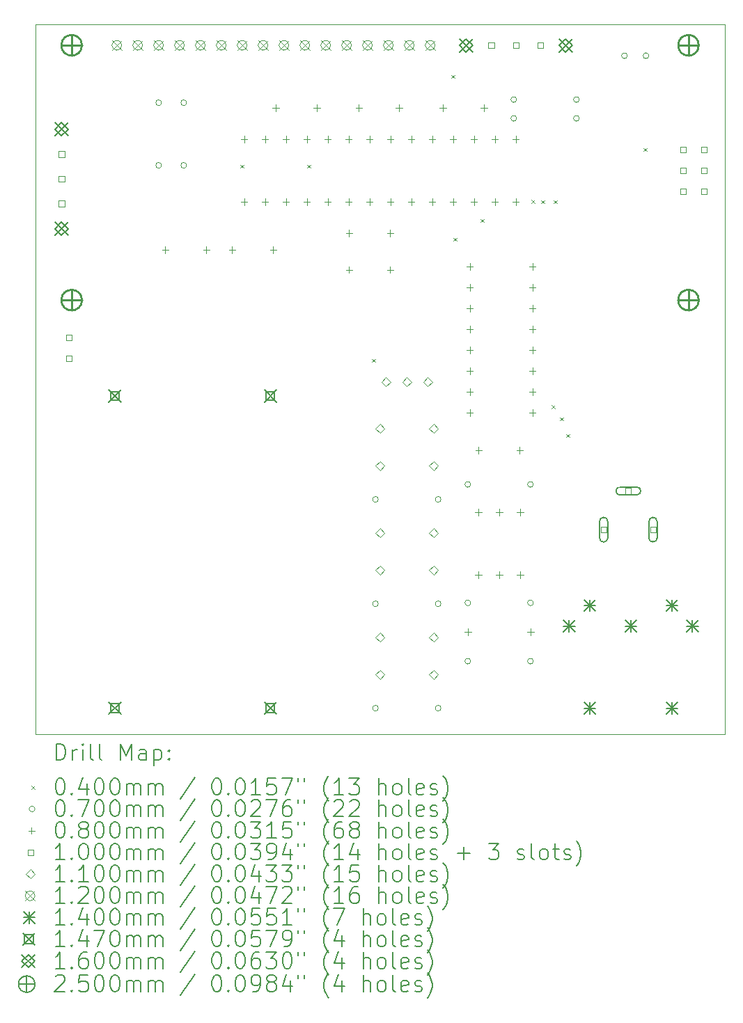
<source format=gbr>
%TF.GenerationSoftware,KiCad,Pcbnew,(6.0.7)*%
%TF.CreationDate,2022-08-03T23:00:54+02:00*%
%TF.ProjectId,SD_interrupter,53445f69-6e74-4657-9272-75707465722e,rev?*%
%TF.SameCoordinates,Original*%
%TF.FileFunction,Drillmap*%
%TF.FilePolarity,Positive*%
%FSLAX45Y45*%
G04 Gerber Fmt 4.5, Leading zero omitted, Abs format (unit mm)*
G04 Created by KiCad (PCBNEW (6.0.7)) date 2022-08-03 23:00:54*
%MOMM*%
%LPD*%
G01*
G04 APERTURE LIST*
%ADD10C,0.100000*%
%ADD11C,0.200000*%
%ADD12C,0.040000*%
%ADD13C,0.070000*%
%ADD14C,0.080000*%
%ADD15C,0.110000*%
%ADD16C,0.120000*%
%ADD17C,0.140000*%
%ADD18C,0.147000*%
%ADD19C,0.160000*%
%ADD20C,0.250000*%
G04 APERTURE END LIST*
D10*
X2158600Y-2540000D02*
X10540600Y-2540000D01*
X10540600Y-2540000D02*
X10540600Y-11176000D01*
X10540600Y-11176000D02*
X2158600Y-11176000D01*
X2158600Y-11176000D02*
X2158600Y-2540000D01*
D11*
D12*
X4653600Y-4247200D02*
X4693600Y-4287200D01*
X4693600Y-4247200D02*
X4653600Y-4287200D01*
X5466400Y-4247200D02*
X5506400Y-4287200D01*
X5506400Y-4247200D02*
X5466400Y-4287200D01*
X6253800Y-6609400D02*
X6293800Y-6649400D01*
X6293800Y-6609400D02*
X6253800Y-6649400D01*
X7219000Y-3155000D02*
X7259000Y-3195000D01*
X7259000Y-3155000D02*
X7219000Y-3195000D01*
X7240850Y-5136200D02*
X7280850Y-5176200D01*
X7280850Y-5136200D02*
X7240850Y-5176200D01*
X7574600Y-4907600D02*
X7614600Y-4947600D01*
X7614600Y-4907600D02*
X7574600Y-4947600D01*
X8189760Y-4672297D02*
X8229760Y-4712297D01*
X8229760Y-4672297D02*
X8189760Y-4712297D01*
X8311200Y-4679000D02*
X8351200Y-4719000D01*
X8351200Y-4679000D02*
X8311200Y-4719000D01*
X8438200Y-7171950D02*
X8478200Y-7211950D01*
X8478200Y-7171950D02*
X8438200Y-7211950D01*
X8463600Y-4679000D02*
X8503600Y-4719000D01*
X8503600Y-4679000D02*
X8463600Y-4719000D01*
X8539800Y-7320600D02*
X8579800Y-7360600D01*
X8579800Y-7320600D02*
X8539800Y-7360600D01*
X8616000Y-7523800D02*
X8656000Y-7563800D01*
X8656000Y-7523800D02*
X8616000Y-7563800D01*
X9555800Y-4044000D02*
X9595800Y-4084000D01*
X9595800Y-4044000D02*
X9555800Y-4084000D01*
D13*
X3692600Y-3492500D02*
G75*
G03*
X3692600Y-3492500I-35000J0D01*
G01*
X3692600Y-4254500D02*
G75*
G03*
X3692600Y-4254500I-35000J0D01*
G01*
X3997400Y-3492500D02*
G75*
G03*
X3997400Y-3492500I-35000J0D01*
G01*
X3997400Y-4254500D02*
G75*
G03*
X3997400Y-4254500I-35000J0D01*
G01*
X6329000Y-8318500D02*
G75*
G03*
X6329000Y-8318500I-35000J0D01*
G01*
X6329000Y-9588500D02*
G75*
G03*
X6329000Y-9588500I-35000J0D01*
G01*
X6329000Y-10858500D02*
G75*
G03*
X6329000Y-10858500I-35000J0D01*
G01*
X7091000Y-8318500D02*
G75*
G03*
X7091000Y-8318500I-35000J0D01*
G01*
X7091000Y-9588500D02*
G75*
G03*
X7091000Y-9588500I-35000J0D01*
G01*
X7091000Y-10858500D02*
G75*
G03*
X7091000Y-10858500I-35000J0D01*
G01*
X7451800Y-8136680D02*
G75*
G03*
X7451800Y-8136680I-35000J0D01*
G01*
X7451800Y-9576840D02*
G75*
G03*
X7451800Y-9576840I-35000J0D01*
G01*
X7451800Y-10287000D02*
G75*
G03*
X7451800Y-10287000I-35000J0D01*
G01*
X8010600Y-3454400D02*
G75*
G03*
X8010600Y-3454400I-35000J0D01*
G01*
X8010600Y-3683000D02*
G75*
G03*
X8010600Y-3683000I-35000J0D01*
G01*
X8213800Y-8136680D02*
G75*
G03*
X8213800Y-8136680I-35000J0D01*
G01*
X8213800Y-9576840D02*
G75*
G03*
X8213800Y-9576840I-35000J0D01*
G01*
X8213800Y-10287000D02*
G75*
G03*
X8213800Y-10287000I-35000J0D01*
G01*
X8772600Y-3454400D02*
G75*
G03*
X8772600Y-3454400I-35000J0D01*
G01*
X8772600Y-3683000D02*
G75*
G03*
X8772600Y-3683000I-35000J0D01*
G01*
X9356763Y-2921000D02*
G75*
G03*
X9356763Y-2921000I-35000J0D01*
G01*
X9616763Y-2921000D02*
G75*
G03*
X9616763Y-2921000I-35000J0D01*
G01*
D14*
X3737800Y-5243200D02*
X3737800Y-5323200D01*
X3697800Y-5283200D02*
X3777800Y-5283200D01*
X4237800Y-5243200D02*
X4237800Y-5323200D01*
X4197800Y-5283200D02*
X4277800Y-5283200D01*
X4550600Y-5243200D02*
X4550600Y-5323200D01*
X4510600Y-5283200D02*
X4590600Y-5283200D01*
X4698000Y-3898000D02*
X4698000Y-3978000D01*
X4658000Y-3938000D02*
X4738000Y-3938000D01*
X4698000Y-4660000D02*
X4698000Y-4740000D01*
X4658000Y-4700000D02*
X4738000Y-4700000D01*
X4952000Y-3898000D02*
X4952000Y-3978000D01*
X4912000Y-3938000D02*
X4992000Y-3938000D01*
X4952000Y-4660000D02*
X4952000Y-4740000D01*
X4912000Y-4700000D02*
X4992000Y-4700000D01*
X5050600Y-5243200D02*
X5050600Y-5323200D01*
X5010600Y-5283200D02*
X5090600Y-5283200D01*
X5080000Y-3516000D02*
X5080000Y-3596000D01*
X5040000Y-3556000D02*
X5120000Y-3556000D01*
X5206000Y-3898000D02*
X5206000Y-3978000D01*
X5166000Y-3938000D02*
X5246000Y-3938000D01*
X5206000Y-4660000D02*
X5206000Y-4740000D01*
X5166000Y-4700000D02*
X5246000Y-4700000D01*
X5460000Y-3898000D02*
X5460000Y-3978000D01*
X5420000Y-3938000D02*
X5500000Y-3938000D01*
X5460000Y-4660000D02*
X5460000Y-4740000D01*
X5420000Y-4700000D02*
X5500000Y-4700000D01*
X5580000Y-3516000D02*
X5580000Y-3596000D01*
X5540000Y-3556000D02*
X5620000Y-3556000D01*
X5714000Y-3898000D02*
X5714000Y-3978000D01*
X5674000Y-3938000D02*
X5754000Y-3938000D01*
X5714000Y-4660000D02*
X5714000Y-4740000D01*
X5674000Y-4700000D02*
X5754000Y-4700000D01*
X5968000Y-3898000D02*
X5968000Y-3978000D01*
X5928000Y-3938000D02*
X6008000Y-3938000D01*
X5968000Y-4660000D02*
X5968000Y-4740000D01*
X5928000Y-4700000D02*
X6008000Y-4700000D01*
X5973000Y-5040000D02*
X5973000Y-5120000D01*
X5933000Y-5080000D02*
X6013000Y-5080000D01*
X5973000Y-5484500D02*
X5973000Y-5564500D01*
X5933000Y-5524500D02*
X6013000Y-5524500D01*
X6092000Y-3516000D02*
X6092000Y-3596000D01*
X6052000Y-3556000D02*
X6132000Y-3556000D01*
X6222000Y-3898000D02*
X6222000Y-3978000D01*
X6182000Y-3938000D02*
X6262000Y-3938000D01*
X6222000Y-4660000D02*
X6222000Y-4740000D01*
X6182000Y-4700000D02*
X6262000Y-4700000D01*
X6473000Y-5040000D02*
X6473000Y-5120000D01*
X6433000Y-5080000D02*
X6513000Y-5080000D01*
X6473000Y-5484500D02*
X6473000Y-5564500D01*
X6433000Y-5524500D02*
X6513000Y-5524500D01*
X6476000Y-3898000D02*
X6476000Y-3978000D01*
X6436000Y-3938000D02*
X6516000Y-3938000D01*
X6476000Y-4660000D02*
X6476000Y-4740000D01*
X6436000Y-4700000D02*
X6516000Y-4700000D01*
X6580000Y-3516000D02*
X6580000Y-3596000D01*
X6540000Y-3556000D02*
X6620000Y-3556000D01*
X6730000Y-3898000D02*
X6730000Y-3978000D01*
X6690000Y-3938000D02*
X6770000Y-3938000D01*
X6730000Y-4660000D02*
X6730000Y-4740000D01*
X6690000Y-4700000D02*
X6770000Y-4700000D01*
X6984000Y-3898000D02*
X6984000Y-3978000D01*
X6944000Y-3938000D02*
X7024000Y-3938000D01*
X6984000Y-4660000D02*
X6984000Y-4740000D01*
X6944000Y-4700000D02*
X7024000Y-4700000D01*
X7112000Y-3516000D02*
X7112000Y-3596000D01*
X7072000Y-3556000D02*
X7152000Y-3556000D01*
X7238000Y-3898000D02*
X7238000Y-3978000D01*
X7198000Y-3938000D02*
X7278000Y-3938000D01*
X7238000Y-4660000D02*
X7238000Y-4740000D01*
X7198000Y-4700000D02*
X7278000Y-4700000D01*
X7416800Y-9891920D02*
X7416800Y-9971920D01*
X7376800Y-9931920D02*
X7456800Y-9931920D01*
X7441200Y-5446400D02*
X7441200Y-5526400D01*
X7401200Y-5486400D02*
X7481200Y-5486400D01*
X7441200Y-5700400D02*
X7441200Y-5780400D01*
X7401200Y-5740400D02*
X7481200Y-5740400D01*
X7441200Y-5954400D02*
X7441200Y-6034400D01*
X7401200Y-5994400D02*
X7481200Y-5994400D01*
X7441200Y-6208400D02*
X7441200Y-6288400D01*
X7401200Y-6248400D02*
X7481200Y-6248400D01*
X7441200Y-6462400D02*
X7441200Y-6542400D01*
X7401200Y-6502400D02*
X7481200Y-6502400D01*
X7441200Y-6716400D02*
X7441200Y-6796400D01*
X7401200Y-6756400D02*
X7481200Y-6756400D01*
X7441200Y-6970400D02*
X7441200Y-7050400D01*
X7401200Y-7010400D02*
X7481200Y-7010400D01*
X7441200Y-7224400D02*
X7441200Y-7304400D01*
X7401200Y-7264400D02*
X7481200Y-7264400D01*
X7492000Y-3898000D02*
X7492000Y-3978000D01*
X7452000Y-3938000D02*
X7532000Y-3938000D01*
X7492000Y-4660000D02*
X7492000Y-4740000D01*
X7452000Y-4700000D02*
X7532000Y-4700000D01*
X7545300Y-8434760D02*
X7545300Y-8514760D01*
X7505300Y-8474760D02*
X7585300Y-8474760D01*
X7545300Y-9196760D02*
X7545300Y-9276760D01*
X7505300Y-9236760D02*
X7585300Y-9236760D01*
X7547800Y-7681600D02*
X7547800Y-7761600D01*
X7507800Y-7721600D02*
X7587800Y-7721600D01*
X7612000Y-3516000D02*
X7612000Y-3596000D01*
X7572000Y-3556000D02*
X7652000Y-3556000D01*
X7746000Y-3898000D02*
X7746000Y-3978000D01*
X7706000Y-3938000D02*
X7786000Y-3938000D01*
X7746000Y-4660000D02*
X7746000Y-4740000D01*
X7706000Y-4700000D02*
X7786000Y-4700000D01*
X7799300Y-8434760D02*
X7799300Y-8514760D01*
X7759300Y-8474760D02*
X7839300Y-8474760D01*
X7799300Y-9196760D02*
X7799300Y-9276760D01*
X7759300Y-9236760D02*
X7839300Y-9236760D01*
X8000000Y-3898000D02*
X8000000Y-3978000D01*
X7960000Y-3938000D02*
X8040000Y-3938000D01*
X8000000Y-4660000D02*
X8000000Y-4740000D01*
X7960000Y-4700000D02*
X8040000Y-4700000D01*
X8047800Y-7681600D02*
X8047800Y-7761600D01*
X8007800Y-7721600D02*
X8087800Y-7721600D01*
X8053300Y-8434760D02*
X8053300Y-8514760D01*
X8013300Y-8474760D02*
X8093300Y-8474760D01*
X8053300Y-9196760D02*
X8053300Y-9276760D01*
X8013300Y-9236760D02*
X8093300Y-9236760D01*
X8178800Y-9891920D02*
X8178800Y-9971920D01*
X8138800Y-9931920D02*
X8218800Y-9931920D01*
X8203200Y-5446400D02*
X8203200Y-5526400D01*
X8163200Y-5486400D02*
X8243200Y-5486400D01*
X8203200Y-5700400D02*
X8203200Y-5780400D01*
X8163200Y-5740400D02*
X8243200Y-5740400D01*
X8203200Y-5954400D02*
X8203200Y-6034400D01*
X8163200Y-5994400D02*
X8243200Y-5994400D01*
X8203200Y-6208400D02*
X8203200Y-6288400D01*
X8163200Y-6248400D02*
X8243200Y-6248400D01*
X8203200Y-6462400D02*
X8203200Y-6542400D01*
X8163200Y-6502400D02*
X8243200Y-6502400D01*
X8203200Y-6716400D02*
X8203200Y-6796400D01*
X8163200Y-6756400D02*
X8243200Y-6756400D01*
X8203200Y-6970400D02*
X8203200Y-7050400D01*
X8163200Y-7010400D02*
X8243200Y-7010400D01*
X8203200Y-7224400D02*
X8203200Y-7304400D01*
X8163200Y-7264400D02*
X8243200Y-7264400D01*
D10*
X2511856Y-4154956D02*
X2511856Y-4084244D01*
X2441144Y-4084244D01*
X2441144Y-4154956D01*
X2511856Y-4154956D01*
X2511856Y-4454956D02*
X2511856Y-4384244D01*
X2441144Y-4384244D01*
X2441144Y-4454956D01*
X2511856Y-4454956D01*
X2511856Y-4754956D02*
X2511856Y-4684244D01*
X2441144Y-4684244D01*
X2441144Y-4754956D01*
X2511856Y-4754956D01*
X2600756Y-6385356D02*
X2600756Y-6314644D01*
X2530044Y-6314644D01*
X2530044Y-6385356D01*
X2600756Y-6385356D01*
X2600756Y-6639356D02*
X2600756Y-6568644D01*
X2530044Y-6568644D01*
X2530044Y-6639356D01*
X2600756Y-6639356D01*
X7736356Y-2829356D02*
X7736356Y-2758644D01*
X7665644Y-2758644D01*
X7665644Y-2829356D01*
X7736356Y-2829356D01*
X8036356Y-2829356D02*
X8036356Y-2758644D01*
X7965644Y-2758644D01*
X7965644Y-2829356D01*
X8036356Y-2829356D01*
X8336356Y-2829356D02*
X8336356Y-2758644D01*
X8265644Y-2758644D01*
X8265644Y-2829356D01*
X8336356Y-2829356D01*
X9103156Y-8722156D02*
X9103156Y-8651444D01*
X9032444Y-8651444D01*
X9032444Y-8722156D01*
X9103156Y-8722156D01*
D11*
X9117800Y-8786800D02*
X9117800Y-8586800D01*
X9017800Y-8786800D02*
X9017800Y-8586800D01*
X9117800Y-8586800D02*
G75*
G03*
X9017800Y-8586800I-50000J0D01*
G01*
X9017800Y-8786800D02*
G75*
G03*
X9117800Y-8786800I50000J0D01*
G01*
D10*
X9403156Y-8252156D02*
X9403156Y-8181444D01*
X9332444Y-8181444D01*
X9332444Y-8252156D01*
X9403156Y-8252156D01*
D11*
X9467800Y-8166800D02*
X9267800Y-8166800D01*
X9467800Y-8266800D02*
X9267800Y-8266800D01*
X9267800Y-8166800D02*
G75*
G03*
X9267800Y-8266800I0J-50000D01*
G01*
X9467800Y-8266800D02*
G75*
G03*
X9467800Y-8166800I0J50000D01*
G01*
D10*
X9703156Y-8722156D02*
X9703156Y-8651444D01*
X9632444Y-8651444D01*
X9632444Y-8722156D01*
X9703156Y-8722156D01*
D11*
X9717800Y-8786800D02*
X9717800Y-8586800D01*
X9617800Y-8786800D02*
X9617800Y-8586800D01*
X9717800Y-8586800D02*
G75*
G03*
X9617800Y-8586800I-50000J0D01*
G01*
X9617800Y-8786800D02*
G75*
G03*
X9717800Y-8786800I50000J0D01*
G01*
D10*
X10070356Y-4100856D02*
X10070356Y-4030144D01*
X9999644Y-4030144D01*
X9999644Y-4100856D01*
X10070356Y-4100856D01*
X10070356Y-4354856D02*
X10070356Y-4284144D01*
X9999644Y-4284144D01*
X9999644Y-4354856D01*
X10070356Y-4354856D01*
X10070356Y-4608856D02*
X10070356Y-4538144D01*
X9999644Y-4538144D01*
X9999644Y-4608856D01*
X10070356Y-4608856D01*
X10324356Y-4100856D02*
X10324356Y-4030144D01*
X10253644Y-4030144D01*
X10253644Y-4100856D01*
X10324356Y-4100856D01*
X10324356Y-4354856D02*
X10324356Y-4284144D01*
X10253644Y-4284144D01*
X10253644Y-4354856D01*
X10324356Y-4354856D01*
X10324356Y-4608856D02*
X10324356Y-4538144D01*
X10253644Y-4538144D01*
X10253644Y-4608856D01*
X10324356Y-4608856D01*
D15*
X6350000Y-7513500D02*
X6405000Y-7458500D01*
X6350000Y-7403500D01*
X6295000Y-7458500D01*
X6350000Y-7513500D01*
X6350000Y-7963500D02*
X6405000Y-7908500D01*
X6350000Y-7853500D01*
X6295000Y-7908500D01*
X6350000Y-7963500D01*
X6350000Y-8783500D02*
X6405000Y-8728500D01*
X6350000Y-8673500D01*
X6295000Y-8728500D01*
X6350000Y-8783500D01*
X6350000Y-9233500D02*
X6405000Y-9178500D01*
X6350000Y-9123500D01*
X6295000Y-9178500D01*
X6350000Y-9233500D01*
X6350000Y-10053500D02*
X6405000Y-9998500D01*
X6350000Y-9943500D01*
X6295000Y-9998500D01*
X6350000Y-10053500D01*
X6350000Y-10503500D02*
X6405000Y-10448500D01*
X6350000Y-10393500D01*
X6295000Y-10448500D01*
X6350000Y-10503500D01*
X6421000Y-6944000D02*
X6476000Y-6889000D01*
X6421000Y-6834000D01*
X6366000Y-6889000D01*
X6421000Y-6944000D01*
X6675000Y-6944000D02*
X6730000Y-6889000D01*
X6675000Y-6834000D01*
X6620000Y-6889000D01*
X6675000Y-6944000D01*
X6929000Y-6944000D02*
X6984000Y-6889000D01*
X6929000Y-6834000D01*
X6874000Y-6889000D01*
X6929000Y-6944000D01*
X7000000Y-7513500D02*
X7055000Y-7458500D01*
X7000000Y-7403500D01*
X6945000Y-7458500D01*
X7000000Y-7513500D01*
X7000000Y-7963500D02*
X7055000Y-7908500D01*
X7000000Y-7853500D01*
X6945000Y-7908500D01*
X7000000Y-7963500D01*
X7000000Y-8783500D02*
X7055000Y-8728500D01*
X7000000Y-8673500D01*
X6945000Y-8728500D01*
X7000000Y-8783500D01*
X7000000Y-9233500D02*
X7055000Y-9178500D01*
X7000000Y-9123500D01*
X6945000Y-9178500D01*
X7000000Y-9233500D01*
X7000000Y-10053500D02*
X7055000Y-9998500D01*
X7000000Y-9943500D01*
X6945000Y-9998500D01*
X7000000Y-10053500D01*
X7000000Y-10503500D02*
X7055000Y-10448500D01*
X7000000Y-10393500D01*
X6945000Y-10448500D01*
X7000000Y-10503500D01*
D16*
X3089600Y-2734000D02*
X3209600Y-2854000D01*
X3209600Y-2734000D02*
X3089600Y-2854000D01*
X3209600Y-2794000D02*
G75*
G03*
X3209600Y-2794000I-60000J0D01*
G01*
X3343600Y-2734000D02*
X3463600Y-2854000D01*
X3463600Y-2734000D02*
X3343600Y-2854000D01*
X3463600Y-2794000D02*
G75*
G03*
X3463600Y-2794000I-60000J0D01*
G01*
X3597600Y-2734000D02*
X3717600Y-2854000D01*
X3717600Y-2734000D02*
X3597600Y-2854000D01*
X3717600Y-2794000D02*
G75*
G03*
X3717600Y-2794000I-60000J0D01*
G01*
X3851600Y-2734000D02*
X3971600Y-2854000D01*
X3971600Y-2734000D02*
X3851600Y-2854000D01*
X3971600Y-2794000D02*
G75*
G03*
X3971600Y-2794000I-60000J0D01*
G01*
X4105600Y-2734000D02*
X4225600Y-2854000D01*
X4225600Y-2734000D02*
X4105600Y-2854000D01*
X4225600Y-2794000D02*
G75*
G03*
X4225600Y-2794000I-60000J0D01*
G01*
X4359600Y-2734000D02*
X4479600Y-2854000D01*
X4479600Y-2734000D02*
X4359600Y-2854000D01*
X4479600Y-2794000D02*
G75*
G03*
X4479600Y-2794000I-60000J0D01*
G01*
X4613600Y-2734000D02*
X4733600Y-2854000D01*
X4733600Y-2734000D02*
X4613600Y-2854000D01*
X4733600Y-2794000D02*
G75*
G03*
X4733600Y-2794000I-60000J0D01*
G01*
X4867600Y-2734000D02*
X4987600Y-2854000D01*
X4987600Y-2734000D02*
X4867600Y-2854000D01*
X4987600Y-2794000D02*
G75*
G03*
X4987600Y-2794000I-60000J0D01*
G01*
X5121600Y-2734000D02*
X5241600Y-2854000D01*
X5241600Y-2734000D02*
X5121600Y-2854000D01*
X5241600Y-2794000D02*
G75*
G03*
X5241600Y-2794000I-60000J0D01*
G01*
X5375600Y-2734000D02*
X5495600Y-2854000D01*
X5495600Y-2734000D02*
X5375600Y-2854000D01*
X5495600Y-2794000D02*
G75*
G03*
X5495600Y-2794000I-60000J0D01*
G01*
X5629600Y-2734000D02*
X5749600Y-2854000D01*
X5749600Y-2734000D02*
X5629600Y-2854000D01*
X5749600Y-2794000D02*
G75*
G03*
X5749600Y-2794000I-60000J0D01*
G01*
X5883600Y-2734000D02*
X6003600Y-2854000D01*
X6003600Y-2734000D02*
X5883600Y-2854000D01*
X6003600Y-2794000D02*
G75*
G03*
X6003600Y-2794000I-60000J0D01*
G01*
X6137600Y-2734000D02*
X6257600Y-2854000D01*
X6257600Y-2734000D02*
X6137600Y-2854000D01*
X6257600Y-2794000D02*
G75*
G03*
X6257600Y-2794000I-60000J0D01*
G01*
X6391600Y-2734000D02*
X6511600Y-2854000D01*
X6511600Y-2734000D02*
X6391600Y-2854000D01*
X6511600Y-2794000D02*
G75*
G03*
X6511600Y-2794000I-60000J0D01*
G01*
X6645600Y-2734000D02*
X6765600Y-2854000D01*
X6765600Y-2734000D02*
X6645600Y-2854000D01*
X6765600Y-2794000D02*
G75*
G03*
X6765600Y-2794000I-60000J0D01*
G01*
X6899600Y-2734000D02*
X7019600Y-2854000D01*
X7019600Y-2734000D02*
X6899600Y-2854000D01*
X7019600Y-2794000D02*
G75*
G03*
X7019600Y-2794000I-60000J0D01*
G01*
D17*
X8578000Y-9790000D02*
X8718000Y-9930000D01*
X8718000Y-9790000D02*
X8578000Y-9930000D01*
X8648000Y-9790000D02*
X8648000Y-9930000D01*
X8578000Y-9860000D02*
X8718000Y-9860000D01*
X8828000Y-9540000D02*
X8968000Y-9680000D01*
X8968000Y-9540000D02*
X8828000Y-9680000D01*
X8898000Y-9540000D02*
X8898000Y-9680000D01*
X8828000Y-9610000D02*
X8968000Y-9610000D01*
X8828000Y-10790000D02*
X8968000Y-10930000D01*
X8968000Y-10790000D02*
X8828000Y-10930000D01*
X8898000Y-10790000D02*
X8898000Y-10930000D01*
X8828000Y-10860000D02*
X8968000Y-10860000D01*
X9328000Y-9790000D02*
X9468000Y-9930000D01*
X9468000Y-9790000D02*
X9328000Y-9930000D01*
X9398000Y-9790000D02*
X9398000Y-9930000D01*
X9328000Y-9860000D02*
X9468000Y-9860000D01*
X9828000Y-9540000D02*
X9968000Y-9680000D01*
X9968000Y-9540000D02*
X9828000Y-9680000D01*
X9898000Y-9540000D02*
X9898000Y-9680000D01*
X9828000Y-9610000D02*
X9968000Y-9610000D01*
X9828000Y-10790000D02*
X9968000Y-10930000D01*
X9968000Y-10790000D02*
X9828000Y-10930000D01*
X9898000Y-10790000D02*
X9898000Y-10930000D01*
X9828000Y-10860000D02*
X9968000Y-10860000D01*
X10078000Y-9790000D02*
X10218000Y-9930000D01*
X10218000Y-9790000D02*
X10078000Y-9930000D01*
X10148000Y-9790000D02*
X10148000Y-9930000D01*
X10078000Y-9860000D02*
X10218000Y-9860000D01*
D18*
X3051200Y-6988000D02*
X3198200Y-7135000D01*
X3198200Y-6988000D02*
X3051200Y-7135000D01*
X3176673Y-7113473D02*
X3176673Y-7009527D01*
X3072727Y-7009527D01*
X3072727Y-7113473D01*
X3176673Y-7113473D01*
X3051200Y-10785000D02*
X3198200Y-10932000D01*
X3198200Y-10785000D02*
X3051200Y-10932000D01*
X3176673Y-10910473D02*
X3176673Y-10806527D01*
X3072727Y-10806527D01*
X3072727Y-10910473D01*
X3176673Y-10910473D01*
X4943000Y-6988000D02*
X5090000Y-7135000D01*
X5090000Y-6988000D02*
X4943000Y-7135000D01*
X5068473Y-7113473D02*
X5068473Y-7009527D01*
X4964527Y-7009527D01*
X4964527Y-7113473D01*
X5068473Y-7113473D01*
X4943000Y-10785000D02*
X5090000Y-10932000D01*
X5090000Y-10785000D02*
X4943000Y-10932000D01*
X5068473Y-10910473D02*
X5068473Y-10806527D01*
X4964527Y-10806527D01*
X4964527Y-10910473D01*
X5068473Y-10910473D01*
D19*
X2396500Y-3734600D02*
X2556500Y-3894600D01*
X2556500Y-3734600D02*
X2396500Y-3894600D01*
X2476500Y-3894600D02*
X2556500Y-3814600D01*
X2476500Y-3734600D01*
X2396500Y-3814600D01*
X2476500Y-3894600D01*
X2396500Y-4944600D02*
X2556500Y-5104600D01*
X2556500Y-4944600D02*
X2396500Y-5104600D01*
X2476500Y-5104600D02*
X2556500Y-5024600D01*
X2476500Y-4944600D01*
X2396500Y-5024600D01*
X2476500Y-5104600D01*
X7316000Y-2714000D02*
X7476000Y-2874000D01*
X7476000Y-2714000D02*
X7316000Y-2874000D01*
X7396000Y-2874000D02*
X7476000Y-2794000D01*
X7396000Y-2714000D01*
X7316000Y-2794000D01*
X7396000Y-2874000D01*
X8526000Y-2714000D02*
X8686000Y-2874000D01*
X8686000Y-2714000D02*
X8526000Y-2874000D01*
X8606000Y-2874000D02*
X8686000Y-2794000D01*
X8606000Y-2714000D01*
X8526000Y-2794000D01*
X8606000Y-2874000D01*
D20*
X2599690Y-2669000D02*
X2599690Y-2919000D01*
X2474690Y-2794000D02*
X2724690Y-2794000D01*
X2724690Y-2794000D02*
G75*
G03*
X2724690Y-2794000I-125000J0D01*
G01*
X2599690Y-5769070D02*
X2599690Y-6019070D01*
X2474690Y-5894070D02*
X2724690Y-5894070D01*
X2724690Y-5894070D02*
G75*
G03*
X2724690Y-5894070I-125000J0D01*
G01*
X10099548Y-5769070D02*
X10099548Y-6019070D01*
X9974548Y-5894070D02*
X10224548Y-5894070D01*
X10224548Y-5894070D02*
G75*
G03*
X10224548Y-5894070I-125000J0D01*
G01*
X10099600Y-2669000D02*
X10099600Y-2919000D01*
X9974600Y-2794000D02*
X10224600Y-2794000D01*
X10224600Y-2794000D02*
G75*
G03*
X10224600Y-2794000I-125000J0D01*
G01*
D11*
X2411219Y-11491476D02*
X2411219Y-11291476D01*
X2458838Y-11291476D01*
X2487410Y-11301000D01*
X2506457Y-11320048D01*
X2515981Y-11339095D01*
X2525505Y-11377190D01*
X2525505Y-11405762D01*
X2515981Y-11443857D01*
X2506457Y-11462905D01*
X2487410Y-11481952D01*
X2458838Y-11491476D01*
X2411219Y-11491476D01*
X2611219Y-11491476D02*
X2611219Y-11358143D01*
X2611219Y-11396238D02*
X2620743Y-11377190D01*
X2630267Y-11367667D01*
X2649314Y-11358143D01*
X2668362Y-11358143D01*
X2735029Y-11491476D02*
X2735029Y-11358143D01*
X2735029Y-11291476D02*
X2725505Y-11301000D01*
X2735029Y-11310524D01*
X2744552Y-11301000D01*
X2735029Y-11291476D01*
X2735029Y-11310524D01*
X2858838Y-11491476D02*
X2839790Y-11481952D01*
X2830267Y-11462905D01*
X2830267Y-11291476D01*
X2963600Y-11491476D02*
X2944552Y-11481952D01*
X2935028Y-11462905D01*
X2935028Y-11291476D01*
X3192171Y-11491476D02*
X3192171Y-11291476D01*
X3258838Y-11434333D01*
X3325505Y-11291476D01*
X3325505Y-11491476D01*
X3506457Y-11491476D02*
X3506457Y-11386714D01*
X3496933Y-11367667D01*
X3477886Y-11358143D01*
X3439790Y-11358143D01*
X3420743Y-11367667D01*
X3506457Y-11481952D02*
X3487409Y-11491476D01*
X3439790Y-11491476D01*
X3420743Y-11481952D01*
X3411219Y-11462905D01*
X3411219Y-11443857D01*
X3420743Y-11424809D01*
X3439790Y-11415286D01*
X3487409Y-11415286D01*
X3506457Y-11405762D01*
X3601695Y-11358143D02*
X3601695Y-11558143D01*
X3601695Y-11367667D02*
X3620743Y-11358143D01*
X3658838Y-11358143D01*
X3677886Y-11367667D01*
X3687409Y-11377190D01*
X3696933Y-11396238D01*
X3696933Y-11453381D01*
X3687409Y-11472428D01*
X3677886Y-11481952D01*
X3658838Y-11491476D01*
X3620743Y-11491476D01*
X3601695Y-11481952D01*
X3782648Y-11472428D02*
X3792171Y-11481952D01*
X3782648Y-11491476D01*
X3773124Y-11481952D01*
X3782648Y-11472428D01*
X3782648Y-11491476D01*
X3782648Y-11367667D02*
X3792171Y-11377190D01*
X3782648Y-11386714D01*
X3773124Y-11377190D01*
X3782648Y-11367667D01*
X3782648Y-11386714D01*
D12*
X2113600Y-11801000D02*
X2153600Y-11841000D01*
X2153600Y-11801000D02*
X2113600Y-11841000D01*
D11*
X2449314Y-11711476D02*
X2468362Y-11711476D01*
X2487410Y-11721000D01*
X2496933Y-11730524D01*
X2506457Y-11749571D01*
X2515981Y-11787667D01*
X2515981Y-11835286D01*
X2506457Y-11873381D01*
X2496933Y-11892428D01*
X2487410Y-11901952D01*
X2468362Y-11911476D01*
X2449314Y-11911476D01*
X2430267Y-11901952D01*
X2420743Y-11892428D01*
X2411219Y-11873381D01*
X2401695Y-11835286D01*
X2401695Y-11787667D01*
X2411219Y-11749571D01*
X2420743Y-11730524D01*
X2430267Y-11721000D01*
X2449314Y-11711476D01*
X2601695Y-11892428D02*
X2611219Y-11901952D01*
X2601695Y-11911476D01*
X2592171Y-11901952D01*
X2601695Y-11892428D01*
X2601695Y-11911476D01*
X2782648Y-11778143D02*
X2782648Y-11911476D01*
X2735029Y-11701952D02*
X2687410Y-11844809D01*
X2811219Y-11844809D01*
X2925505Y-11711476D02*
X2944552Y-11711476D01*
X2963600Y-11721000D01*
X2973124Y-11730524D01*
X2982648Y-11749571D01*
X2992171Y-11787667D01*
X2992171Y-11835286D01*
X2982648Y-11873381D01*
X2973124Y-11892428D01*
X2963600Y-11901952D01*
X2944552Y-11911476D01*
X2925505Y-11911476D01*
X2906457Y-11901952D01*
X2896933Y-11892428D01*
X2887409Y-11873381D01*
X2877886Y-11835286D01*
X2877886Y-11787667D01*
X2887409Y-11749571D01*
X2896933Y-11730524D01*
X2906457Y-11721000D01*
X2925505Y-11711476D01*
X3115981Y-11711476D02*
X3135028Y-11711476D01*
X3154076Y-11721000D01*
X3163600Y-11730524D01*
X3173124Y-11749571D01*
X3182648Y-11787667D01*
X3182648Y-11835286D01*
X3173124Y-11873381D01*
X3163600Y-11892428D01*
X3154076Y-11901952D01*
X3135028Y-11911476D01*
X3115981Y-11911476D01*
X3096933Y-11901952D01*
X3087409Y-11892428D01*
X3077886Y-11873381D01*
X3068362Y-11835286D01*
X3068362Y-11787667D01*
X3077886Y-11749571D01*
X3087409Y-11730524D01*
X3096933Y-11721000D01*
X3115981Y-11711476D01*
X3268362Y-11911476D02*
X3268362Y-11778143D01*
X3268362Y-11797190D02*
X3277886Y-11787667D01*
X3296933Y-11778143D01*
X3325505Y-11778143D01*
X3344552Y-11787667D01*
X3354076Y-11806714D01*
X3354076Y-11911476D01*
X3354076Y-11806714D02*
X3363600Y-11787667D01*
X3382648Y-11778143D01*
X3411219Y-11778143D01*
X3430267Y-11787667D01*
X3439790Y-11806714D01*
X3439790Y-11911476D01*
X3535028Y-11911476D02*
X3535028Y-11778143D01*
X3535028Y-11797190D02*
X3544552Y-11787667D01*
X3563600Y-11778143D01*
X3592171Y-11778143D01*
X3611219Y-11787667D01*
X3620743Y-11806714D01*
X3620743Y-11911476D01*
X3620743Y-11806714D02*
X3630267Y-11787667D01*
X3649314Y-11778143D01*
X3677886Y-11778143D01*
X3696933Y-11787667D01*
X3706457Y-11806714D01*
X3706457Y-11911476D01*
X4096933Y-11701952D02*
X3925505Y-11959095D01*
X4354076Y-11711476D02*
X4373124Y-11711476D01*
X4392171Y-11721000D01*
X4401695Y-11730524D01*
X4411219Y-11749571D01*
X4420743Y-11787667D01*
X4420743Y-11835286D01*
X4411219Y-11873381D01*
X4401695Y-11892428D01*
X4392171Y-11901952D01*
X4373124Y-11911476D01*
X4354076Y-11911476D01*
X4335029Y-11901952D01*
X4325505Y-11892428D01*
X4315981Y-11873381D01*
X4306457Y-11835286D01*
X4306457Y-11787667D01*
X4315981Y-11749571D01*
X4325505Y-11730524D01*
X4335029Y-11721000D01*
X4354076Y-11711476D01*
X4506457Y-11892428D02*
X4515981Y-11901952D01*
X4506457Y-11911476D01*
X4496933Y-11901952D01*
X4506457Y-11892428D01*
X4506457Y-11911476D01*
X4639790Y-11711476D02*
X4658838Y-11711476D01*
X4677886Y-11721000D01*
X4687410Y-11730524D01*
X4696933Y-11749571D01*
X4706457Y-11787667D01*
X4706457Y-11835286D01*
X4696933Y-11873381D01*
X4687410Y-11892428D01*
X4677886Y-11901952D01*
X4658838Y-11911476D01*
X4639790Y-11911476D01*
X4620743Y-11901952D01*
X4611219Y-11892428D01*
X4601695Y-11873381D01*
X4592171Y-11835286D01*
X4592171Y-11787667D01*
X4601695Y-11749571D01*
X4611219Y-11730524D01*
X4620743Y-11721000D01*
X4639790Y-11711476D01*
X4896933Y-11911476D02*
X4782648Y-11911476D01*
X4839790Y-11911476D02*
X4839790Y-11711476D01*
X4820743Y-11740048D01*
X4801695Y-11759095D01*
X4782648Y-11768619D01*
X5077886Y-11711476D02*
X4982648Y-11711476D01*
X4973124Y-11806714D01*
X4982648Y-11797190D01*
X5001695Y-11787667D01*
X5049314Y-11787667D01*
X5068362Y-11797190D01*
X5077886Y-11806714D01*
X5087410Y-11825762D01*
X5087410Y-11873381D01*
X5077886Y-11892428D01*
X5068362Y-11901952D01*
X5049314Y-11911476D01*
X5001695Y-11911476D01*
X4982648Y-11901952D01*
X4973124Y-11892428D01*
X5154076Y-11711476D02*
X5287410Y-11711476D01*
X5201695Y-11911476D01*
X5354076Y-11711476D02*
X5354076Y-11749571D01*
X5430267Y-11711476D02*
X5430267Y-11749571D01*
X5725505Y-11987667D02*
X5715981Y-11978143D01*
X5696933Y-11949571D01*
X5687409Y-11930524D01*
X5677886Y-11901952D01*
X5668362Y-11854333D01*
X5668362Y-11816238D01*
X5677886Y-11768619D01*
X5687409Y-11740048D01*
X5696933Y-11721000D01*
X5715981Y-11692428D01*
X5725505Y-11682905D01*
X5906457Y-11911476D02*
X5792171Y-11911476D01*
X5849314Y-11911476D02*
X5849314Y-11711476D01*
X5830267Y-11740048D01*
X5811219Y-11759095D01*
X5792171Y-11768619D01*
X5973124Y-11711476D02*
X6096933Y-11711476D01*
X6030267Y-11787667D01*
X6058838Y-11787667D01*
X6077886Y-11797190D01*
X6087409Y-11806714D01*
X6096933Y-11825762D01*
X6096933Y-11873381D01*
X6087409Y-11892428D01*
X6077886Y-11901952D01*
X6058838Y-11911476D01*
X6001695Y-11911476D01*
X5982648Y-11901952D01*
X5973124Y-11892428D01*
X6335028Y-11911476D02*
X6335028Y-11711476D01*
X6420743Y-11911476D02*
X6420743Y-11806714D01*
X6411219Y-11787667D01*
X6392171Y-11778143D01*
X6363600Y-11778143D01*
X6344552Y-11787667D01*
X6335028Y-11797190D01*
X6544552Y-11911476D02*
X6525505Y-11901952D01*
X6515981Y-11892428D01*
X6506457Y-11873381D01*
X6506457Y-11816238D01*
X6515981Y-11797190D01*
X6525505Y-11787667D01*
X6544552Y-11778143D01*
X6573124Y-11778143D01*
X6592171Y-11787667D01*
X6601695Y-11797190D01*
X6611219Y-11816238D01*
X6611219Y-11873381D01*
X6601695Y-11892428D01*
X6592171Y-11901952D01*
X6573124Y-11911476D01*
X6544552Y-11911476D01*
X6725505Y-11911476D02*
X6706457Y-11901952D01*
X6696933Y-11882905D01*
X6696933Y-11711476D01*
X6877886Y-11901952D02*
X6858838Y-11911476D01*
X6820743Y-11911476D01*
X6801695Y-11901952D01*
X6792171Y-11882905D01*
X6792171Y-11806714D01*
X6801695Y-11787667D01*
X6820743Y-11778143D01*
X6858838Y-11778143D01*
X6877886Y-11787667D01*
X6887409Y-11806714D01*
X6887409Y-11825762D01*
X6792171Y-11844809D01*
X6963600Y-11901952D02*
X6982648Y-11911476D01*
X7020743Y-11911476D01*
X7039790Y-11901952D01*
X7049314Y-11882905D01*
X7049314Y-11873381D01*
X7039790Y-11854333D01*
X7020743Y-11844809D01*
X6992171Y-11844809D01*
X6973124Y-11835286D01*
X6963600Y-11816238D01*
X6963600Y-11806714D01*
X6973124Y-11787667D01*
X6992171Y-11778143D01*
X7020743Y-11778143D01*
X7039790Y-11787667D01*
X7115981Y-11987667D02*
X7125505Y-11978143D01*
X7144552Y-11949571D01*
X7154076Y-11930524D01*
X7163600Y-11901952D01*
X7173124Y-11854333D01*
X7173124Y-11816238D01*
X7163600Y-11768619D01*
X7154076Y-11740048D01*
X7144552Y-11721000D01*
X7125505Y-11692428D01*
X7115981Y-11682905D01*
D13*
X2153600Y-12085000D02*
G75*
G03*
X2153600Y-12085000I-35000J0D01*
G01*
D11*
X2449314Y-11975476D02*
X2468362Y-11975476D01*
X2487410Y-11985000D01*
X2496933Y-11994524D01*
X2506457Y-12013571D01*
X2515981Y-12051667D01*
X2515981Y-12099286D01*
X2506457Y-12137381D01*
X2496933Y-12156428D01*
X2487410Y-12165952D01*
X2468362Y-12175476D01*
X2449314Y-12175476D01*
X2430267Y-12165952D01*
X2420743Y-12156428D01*
X2411219Y-12137381D01*
X2401695Y-12099286D01*
X2401695Y-12051667D01*
X2411219Y-12013571D01*
X2420743Y-11994524D01*
X2430267Y-11985000D01*
X2449314Y-11975476D01*
X2601695Y-12156428D02*
X2611219Y-12165952D01*
X2601695Y-12175476D01*
X2592171Y-12165952D01*
X2601695Y-12156428D01*
X2601695Y-12175476D01*
X2677886Y-11975476D02*
X2811219Y-11975476D01*
X2725505Y-12175476D01*
X2925505Y-11975476D02*
X2944552Y-11975476D01*
X2963600Y-11985000D01*
X2973124Y-11994524D01*
X2982648Y-12013571D01*
X2992171Y-12051667D01*
X2992171Y-12099286D01*
X2982648Y-12137381D01*
X2973124Y-12156428D01*
X2963600Y-12165952D01*
X2944552Y-12175476D01*
X2925505Y-12175476D01*
X2906457Y-12165952D01*
X2896933Y-12156428D01*
X2887409Y-12137381D01*
X2877886Y-12099286D01*
X2877886Y-12051667D01*
X2887409Y-12013571D01*
X2896933Y-11994524D01*
X2906457Y-11985000D01*
X2925505Y-11975476D01*
X3115981Y-11975476D02*
X3135028Y-11975476D01*
X3154076Y-11985000D01*
X3163600Y-11994524D01*
X3173124Y-12013571D01*
X3182648Y-12051667D01*
X3182648Y-12099286D01*
X3173124Y-12137381D01*
X3163600Y-12156428D01*
X3154076Y-12165952D01*
X3135028Y-12175476D01*
X3115981Y-12175476D01*
X3096933Y-12165952D01*
X3087409Y-12156428D01*
X3077886Y-12137381D01*
X3068362Y-12099286D01*
X3068362Y-12051667D01*
X3077886Y-12013571D01*
X3087409Y-11994524D01*
X3096933Y-11985000D01*
X3115981Y-11975476D01*
X3268362Y-12175476D02*
X3268362Y-12042143D01*
X3268362Y-12061190D02*
X3277886Y-12051667D01*
X3296933Y-12042143D01*
X3325505Y-12042143D01*
X3344552Y-12051667D01*
X3354076Y-12070714D01*
X3354076Y-12175476D01*
X3354076Y-12070714D02*
X3363600Y-12051667D01*
X3382648Y-12042143D01*
X3411219Y-12042143D01*
X3430267Y-12051667D01*
X3439790Y-12070714D01*
X3439790Y-12175476D01*
X3535028Y-12175476D02*
X3535028Y-12042143D01*
X3535028Y-12061190D02*
X3544552Y-12051667D01*
X3563600Y-12042143D01*
X3592171Y-12042143D01*
X3611219Y-12051667D01*
X3620743Y-12070714D01*
X3620743Y-12175476D01*
X3620743Y-12070714D02*
X3630267Y-12051667D01*
X3649314Y-12042143D01*
X3677886Y-12042143D01*
X3696933Y-12051667D01*
X3706457Y-12070714D01*
X3706457Y-12175476D01*
X4096933Y-11965952D02*
X3925505Y-12223095D01*
X4354076Y-11975476D02*
X4373124Y-11975476D01*
X4392171Y-11985000D01*
X4401695Y-11994524D01*
X4411219Y-12013571D01*
X4420743Y-12051667D01*
X4420743Y-12099286D01*
X4411219Y-12137381D01*
X4401695Y-12156428D01*
X4392171Y-12165952D01*
X4373124Y-12175476D01*
X4354076Y-12175476D01*
X4335029Y-12165952D01*
X4325505Y-12156428D01*
X4315981Y-12137381D01*
X4306457Y-12099286D01*
X4306457Y-12051667D01*
X4315981Y-12013571D01*
X4325505Y-11994524D01*
X4335029Y-11985000D01*
X4354076Y-11975476D01*
X4506457Y-12156428D02*
X4515981Y-12165952D01*
X4506457Y-12175476D01*
X4496933Y-12165952D01*
X4506457Y-12156428D01*
X4506457Y-12175476D01*
X4639790Y-11975476D02*
X4658838Y-11975476D01*
X4677886Y-11985000D01*
X4687410Y-11994524D01*
X4696933Y-12013571D01*
X4706457Y-12051667D01*
X4706457Y-12099286D01*
X4696933Y-12137381D01*
X4687410Y-12156428D01*
X4677886Y-12165952D01*
X4658838Y-12175476D01*
X4639790Y-12175476D01*
X4620743Y-12165952D01*
X4611219Y-12156428D01*
X4601695Y-12137381D01*
X4592171Y-12099286D01*
X4592171Y-12051667D01*
X4601695Y-12013571D01*
X4611219Y-11994524D01*
X4620743Y-11985000D01*
X4639790Y-11975476D01*
X4782648Y-11994524D02*
X4792171Y-11985000D01*
X4811219Y-11975476D01*
X4858838Y-11975476D01*
X4877886Y-11985000D01*
X4887410Y-11994524D01*
X4896933Y-12013571D01*
X4896933Y-12032619D01*
X4887410Y-12061190D01*
X4773124Y-12175476D01*
X4896933Y-12175476D01*
X4963600Y-11975476D02*
X5096933Y-11975476D01*
X5011219Y-12175476D01*
X5258838Y-11975476D02*
X5220743Y-11975476D01*
X5201695Y-11985000D01*
X5192171Y-11994524D01*
X5173124Y-12023095D01*
X5163600Y-12061190D01*
X5163600Y-12137381D01*
X5173124Y-12156428D01*
X5182648Y-12165952D01*
X5201695Y-12175476D01*
X5239790Y-12175476D01*
X5258838Y-12165952D01*
X5268362Y-12156428D01*
X5277886Y-12137381D01*
X5277886Y-12089762D01*
X5268362Y-12070714D01*
X5258838Y-12061190D01*
X5239790Y-12051667D01*
X5201695Y-12051667D01*
X5182648Y-12061190D01*
X5173124Y-12070714D01*
X5163600Y-12089762D01*
X5354076Y-11975476D02*
X5354076Y-12013571D01*
X5430267Y-11975476D02*
X5430267Y-12013571D01*
X5725505Y-12251667D02*
X5715981Y-12242143D01*
X5696933Y-12213571D01*
X5687409Y-12194524D01*
X5677886Y-12165952D01*
X5668362Y-12118333D01*
X5668362Y-12080238D01*
X5677886Y-12032619D01*
X5687409Y-12004048D01*
X5696933Y-11985000D01*
X5715981Y-11956428D01*
X5725505Y-11946905D01*
X5792171Y-11994524D02*
X5801695Y-11985000D01*
X5820743Y-11975476D01*
X5868362Y-11975476D01*
X5887409Y-11985000D01*
X5896933Y-11994524D01*
X5906457Y-12013571D01*
X5906457Y-12032619D01*
X5896933Y-12061190D01*
X5782648Y-12175476D01*
X5906457Y-12175476D01*
X5982648Y-11994524D02*
X5992171Y-11985000D01*
X6011219Y-11975476D01*
X6058838Y-11975476D01*
X6077886Y-11985000D01*
X6087409Y-11994524D01*
X6096933Y-12013571D01*
X6096933Y-12032619D01*
X6087409Y-12061190D01*
X5973124Y-12175476D01*
X6096933Y-12175476D01*
X6335028Y-12175476D02*
X6335028Y-11975476D01*
X6420743Y-12175476D02*
X6420743Y-12070714D01*
X6411219Y-12051667D01*
X6392171Y-12042143D01*
X6363600Y-12042143D01*
X6344552Y-12051667D01*
X6335028Y-12061190D01*
X6544552Y-12175476D02*
X6525505Y-12165952D01*
X6515981Y-12156428D01*
X6506457Y-12137381D01*
X6506457Y-12080238D01*
X6515981Y-12061190D01*
X6525505Y-12051667D01*
X6544552Y-12042143D01*
X6573124Y-12042143D01*
X6592171Y-12051667D01*
X6601695Y-12061190D01*
X6611219Y-12080238D01*
X6611219Y-12137381D01*
X6601695Y-12156428D01*
X6592171Y-12165952D01*
X6573124Y-12175476D01*
X6544552Y-12175476D01*
X6725505Y-12175476D02*
X6706457Y-12165952D01*
X6696933Y-12146905D01*
X6696933Y-11975476D01*
X6877886Y-12165952D02*
X6858838Y-12175476D01*
X6820743Y-12175476D01*
X6801695Y-12165952D01*
X6792171Y-12146905D01*
X6792171Y-12070714D01*
X6801695Y-12051667D01*
X6820743Y-12042143D01*
X6858838Y-12042143D01*
X6877886Y-12051667D01*
X6887409Y-12070714D01*
X6887409Y-12089762D01*
X6792171Y-12108809D01*
X6963600Y-12165952D02*
X6982648Y-12175476D01*
X7020743Y-12175476D01*
X7039790Y-12165952D01*
X7049314Y-12146905D01*
X7049314Y-12137381D01*
X7039790Y-12118333D01*
X7020743Y-12108809D01*
X6992171Y-12108809D01*
X6973124Y-12099286D01*
X6963600Y-12080238D01*
X6963600Y-12070714D01*
X6973124Y-12051667D01*
X6992171Y-12042143D01*
X7020743Y-12042143D01*
X7039790Y-12051667D01*
X7115981Y-12251667D02*
X7125505Y-12242143D01*
X7144552Y-12213571D01*
X7154076Y-12194524D01*
X7163600Y-12165952D01*
X7173124Y-12118333D01*
X7173124Y-12080238D01*
X7163600Y-12032619D01*
X7154076Y-12004048D01*
X7144552Y-11985000D01*
X7125505Y-11956428D01*
X7115981Y-11946905D01*
D14*
X2113600Y-12309000D02*
X2113600Y-12389000D01*
X2073600Y-12349000D02*
X2153600Y-12349000D01*
D11*
X2449314Y-12239476D02*
X2468362Y-12239476D01*
X2487410Y-12249000D01*
X2496933Y-12258524D01*
X2506457Y-12277571D01*
X2515981Y-12315667D01*
X2515981Y-12363286D01*
X2506457Y-12401381D01*
X2496933Y-12420428D01*
X2487410Y-12429952D01*
X2468362Y-12439476D01*
X2449314Y-12439476D01*
X2430267Y-12429952D01*
X2420743Y-12420428D01*
X2411219Y-12401381D01*
X2401695Y-12363286D01*
X2401695Y-12315667D01*
X2411219Y-12277571D01*
X2420743Y-12258524D01*
X2430267Y-12249000D01*
X2449314Y-12239476D01*
X2601695Y-12420428D02*
X2611219Y-12429952D01*
X2601695Y-12439476D01*
X2592171Y-12429952D01*
X2601695Y-12420428D01*
X2601695Y-12439476D01*
X2725505Y-12325190D02*
X2706457Y-12315667D01*
X2696933Y-12306143D01*
X2687410Y-12287095D01*
X2687410Y-12277571D01*
X2696933Y-12258524D01*
X2706457Y-12249000D01*
X2725505Y-12239476D01*
X2763600Y-12239476D01*
X2782648Y-12249000D01*
X2792171Y-12258524D01*
X2801695Y-12277571D01*
X2801695Y-12287095D01*
X2792171Y-12306143D01*
X2782648Y-12315667D01*
X2763600Y-12325190D01*
X2725505Y-12325190D01*
X2706457Y-12334714D01*
X2696933Y-12344238D01*
X2687410Y-12363286D01*
X2687410Y-12401381D01*
X2696933Y-12420428D01*
X2706457Y-12429952D01*
X2725505Y-12439476D01*
X2763600Y-12439476D01*
X2782648Y-12429952D01*
X2792171Y-12420428D01*
X2801695Y-12401381D01*
X2801695Y-12363286D01*
X2792171Y-12344238D01*
X2782648Y-12334714D01*
X2763600Y-12325190D01*
X2925505Y-12239476D02*
X2944552Y-12239476D01*
X2963600Y-12249000D01*
X2973124Y-12258524D01*
X2982648Y-12277571D01*
X2992171Y-12315667D01*
X2992171Y-12363286D01*
X2982648Y-12401381D01*
X2973124Y-12420428D01*
X2963600Y-12429952D01*
X2944552Y-12439476D01*
X2925505Y-12439476D01*
X2906457Y-12429952D01*
X2896933Y-12420428D01*
X2887409Y-12401381D01*
X2877886Y-12363286D01*
X2877886Y-12315667D01*
X2887409Y-12277571D01*
X2896933Y-12258524D01*
X2906457Y-12249000D01*
X2925505Y-12239476D01*
X3115981Y-12239476D02*
X3135028Y-12239476D01*
X3154076Y-12249000D01*
X3163600Y-12258524D01*
X3173124Y-12277571D01*
X3182648Y-12315667D01*
X3182648Y-12363286D01*
X3173124Y-12401381D01*
X3163600Y-12420428D01*
X3154076Y-12429952D01*
X3135028Y-12439476D01*
X3115981Y-12439476D01*
X3096933Y-12429952D01*
X3087409Y-12420428D01*
X3077886Y-12401381D01*
X3068362Y-12363286D01*
X3068362Y-12315667D01*
X3077886Y-12277571D01*
X3087409Y-12258524D01*
X3096933Y-12249000D01*
X3115981Y-12239476D01*
X3268362Y-12439476D02*
X3268362Y-12306143D01*
X3268362Y-12325190D02*
X3277886Y-12315667D01*
X3296933Y-12306143D01*
X3325505Y-12306143D01*
X3344552Y-12315667D01*
X3354076Y-12334714D01*
X3354076Y-12439476D01*
X3354076Y-12334714D02*
X3363600Y-12315667D01*
X3382648Y-12306143D01*
X3411219Y-12306143D01*
X3430267Y-12315667D01*
X3439790Y-12334714D01*
X3439790Y-12439476D01*
X3535028Y-12439476D02*
X3535028Y-12306143D01*
X3535028Y-12325190D02*
X3544552Y-12315667D01*
X3563600Y-12306143D01*
X3592171Y-12306143D01*
X3611219Y-12315667D01*
X3620743Y-12334714D01*
X3620743Y-12439476D01*
X3620743Y-12334714D02*
X3630267Y-12315667D01*
X3649314Y-12306143D01*
X3677886Y-12306143D01*
X3696933Y-12315667D01*
X3706457Y-12334714D01*
X3706457Y-12439476D01*
X4096933Y-12229952D02*
X3925505Y-12487095D01*
X4354076Y-12239476D02*
X4373124Y-12239476D01*
X4392171Y-12249000D01*
X4401695Y-12258524D01*
X4411219Y-12277571D01*
X4420743Y-12315667D01*
X4420743Y-12363286D01*
X4411219Y-12401381D01*
X4401695Y-12420428D01*
X4392171Y-12429952D01*
X4373124Y-12439476D01*
X4354076Y-12439476D01*
X4335029Y-12429952D01*
X4325505Y-12420428D01*
X4315981Y-12401381D01*
X4306457Y-12363286D01*
X4306457Y-12315667D01*
X4315981Y-12277571D01*
X4325505Y-12258524D01*
X4335029Y-12249000D01*
X4354076Y-12239476D01*
X4506457Y-12420428D02*
X4515981Y-12429952D01*
X4506457Y-12439476D01*
X4496933Y-12429952D01*
X4506457Y-12420428D01*
X4506457Y-12439476D01*
X4639790Y-12239476D02*
X4658838Y-12239476D01*
X4677886Y-12249000D01*
X4687410Y-12258524D01*
X4696933Y-12277571D01*
X4706457Y-12315667D01*
X4706457Y-12363286D01*
X4696933Y-12401381D01*
X4687410Y-12420428D01*
X4677886Y-12429952D01*
X4658838Y-12439476D01*
X4639790Y-12439476D01*
X4620743Y-12429952D01*
X4611219Y-12420428D01*
X4601695Y-12401381D01*
X4592171Y-12363286D01*
X4592171Y-12315667D01*
X4601695Y-12277571D01*
X4611219Y-12258524D01*
X4620743Y-12249000D01*
X4639790Y-12239476D01*
X4773124Y-12239476D02*
X4896933Y-12239476D01*
X4830267Y-12315667D01*
X4858838Y-12315667D01*
X4877886Y-12325190D01*
X4887410Y-12334714D01*
X4896933Y-12353762D01*
X4896933Y-12401381D01*
X4887410Y-12420428D01*
X4877886Y-12429952D01*
X4858838Y-12439476D01*
X4801695Y-12439476D01*
X4782648Y-12429952D01*
X4773124Y-12420428D01*
X5087410Y-12439476D02*
X4973124Y-12439476D01*
X5030267Y-12439476D02*
X5030267Y-12239476D01*
X5011219Y-12268048D01*
X4992171Y-12287095D01*
X4973124Y-12296619D01*
X5268362Y-12239476D02*
X5173124Y-12239476D01*
X5163600Y-12334714D01*
X5173124Y-12325190D01*
X5192171Y-12315667D01*
X5239790Y-12315667D01*
X5258838Y-12325190D01*
X5268362Y-12334714D01*
X5277886Y-12353762D01*
X5277886Y-12401381D01*
X5268362Y-12420428D01*
X5258838Y-12429952D01*
X5239790Y-12439476D01*
X5192171Y-12439476D01*
X5173124Y-12429952D01*
X5163600Y-12420428D01*
X5354076Y-12239476D02*
X5354076Y-12277571D01*
X5430267Y-12239476D02*
X5430267Y-12277571D01*
X5725505Y-12515667D02*
X5715981Y-12506143D01*
X5696933Y-12477571D01*
X5687409Y-12458524D01*
X5677886Y-12429952D01*
X5668362Y-12382333D01*
X5668362Y-12344238D01*
X5677886Y-12296619D01*
X5687409Y-12268048D01*
X5696933Y-12249000D01*
X5715981Y-12220428D01*
X5725505Y-12210905D01*
X5887409Y-12239476D02*
X5849314Y-12239476D01*
X5830267Y-12249000D01*
X5820743Y-12258524D01*
X5801695Y-12287095D01*
X5792171Y-12325190D01*
X5792171Y-12401381D01*
X5801695Y-12420428D01*
X5811219Y-12429952D01*
X5830267Y-12439476D01*
X5868362Y-12439476D01*
X5887409Y-12429952D01*
X5896933Y-12420428D01*
X5906457Y-12401381D01*
X5906457Y-12353762D01*
X5896933Y-12334714D01*
X5887409Y-12325190D01*
X5868362Y-12315667D01*
X5830267Y-12315667D01*
X5811219Y-12325190D01*
X5801695Y-12334714D01*
X5792171Y-12353762D01*
X6020743Y-12325190D02*
X6001695Y-12315667D01*
X5992171Y-12306143D01*
X5982648Y-12287095D01*
X5982648Y-12277571D01*
X5992171Y-12258524D01*
X6001695Y-12249000D01*
X6020743Y-12239476D01*
X6058838Y-12239476D01*
X6077886Y-12249000D01*
X6087409Y-12258524D01*
X6096933Y-12277571D01*
X6096933Y-12287095D01*
X6087409Y-12306143D01*
X6077886Y-12315667D01*
X6058838Y-12325190D01*
X6020743Y-12325190D01*
X6001695Y-12334714D01*
X5992171Y-12344238D01*
X5982648Y-12363286D01*
X5982648Y-12401381D01*
X5992171Y-12420428D01*
X6001695Y-12429952D01*
X6020743Y-12439476D01*
X6058838Y-12439476D01*
X6077886Y-12429952D01*
X6087409Y-12420428D01*
X6096933Y-12401381D01*
X6096933Y-12363286D01*
X6087409Y-12344238D01*
X6077886Y-12334714D01*
X6058838Y-12325190D01*
X6335028Y-12439476D02*
X6335028Y-12239476D01*
X6420743Y-12439476D02*
X6420743Y-12334714D01*
X6411219Y-12315667D01*
X6392171Y-12306143D01*
X6363600Y-12306143D01*
X6344552Y-12315667D01*
X6335028Y-12325190D01*
X6544552Y-12439476D02*
X6525505Y-12429952D01*
X6515981Y-12420428D01*
X6506457Y-12401381D01*
X6506457Y-12344238D01*
X6515981Y-12325190D01*
X6525505Y-12315667D01*
X6544552Y-12306143D01*
X6573124Y-12306143D01*
X6592171Y-12315667D01*
X6601695Y-12325190D01*
X6611219Y-12344238D01*
X6611219Y-12401381D01*
X6601695Y-12420428D01*
X6592171Y-12429952D01*
X6573124Y-12439476D01*
X6544552Y-12439476D01*
X6725505Y-12439476D02*
X6706457Y-12429952D01*
X6696933Y-12410905D01*
X6696933Y-12239476D01*
X6877886Y-12429952D02*
X6858838Y-12439476D01*
X6820743Y-12439476D01*
X6801695Y-12429952D01*
X6792171Y-12410905D01*
X6792171Y-12334714D01*
X6801695Y-12315667D01*
X6820743Y-12306143D01*
X6858838Y-12306143D01*
X6877886Y-12315667D01*
X6887409Y-12334714D01*
X6887409Y-12353762D01*
X6792171Y-12372809D01*
X6963600Y-12429952D02*
X6982648Y-12439476D01*
X7020743Y-12439476D01*
X7039790Y-12429952D01*
X7049314Y-12410905D01*
X7049314Y-12401381D01*
X7039790Y-12382333D01*
X7020743Y-12372809D01*
X6992171Y-12372809D01*
X6973124Y-12363286D01*
X6963600Y-12344238D01*
X6963600Y-12334714D01*
X6973124Y-12315667D01*
X6992171Y-12306143D01*
X7020743Y-12306143D01*
X7039790Y-12315667D01*
X7115981Y-12515667D02*
X7125505Y-12506143D01*
X7144552Y-12477571D01*
X7154076Y-12458524D01*
X7163600Y-12429952D01*
X7173124Y-12382333D01*
X7173124Y-12344238D01*
X7163600Y-12296619D01*
X7154076Y-12268048D01*
X7144552Y-12249000D01*
X7125505Y-12220428D01*
X7115981Y-12210905D01*
D10*
X2138956Y-12648356D02*
X2138956Y-12577644D01*
X2068244Y-12577644D01*
X2068244Y-12648356D01*
X2138956Y-12648356D01*
D11*
X2515981Y-12703476D02*
X2401695Y-12703476D01*
X2458838Y-12703476D02*
X2458838Y-12503476D01*
X2439790Y-12532048D01*
X2420743Y-12551095D01*
X2401695Y-12560619D01*
X2601695Y-12684428D02*
X2611219Y-12693952D01*
X2601695Y-12703476D01*
X2592171Y-12693952D01*
X2601695Y-12684428D01*
X2601695Y-12703476D01*
X2735029Y-12503476D02*
X2754076Y-12503476D01*
X2773124Y-12513000D01*
X2782648Y-12522524D01*
X2792171Y-12541571D01*
X2801695Y-12579667D01*
X2801695Y-12627286D01*
X2792171Y-12665381D01*
X2782648Y-12684428D01*
X2773124Y-12693952D01*
X2754076Y-12703476D01*
X2735029Y-12703476D01*
X2715981Y-12693952D01*
X2706457Y-12684428D01*
X2696933Y-12665381D01*
X2687410Y-12627286D01*
X2687410Y-12579667D01*
X2696933Y-12541571D01*
X2706457Y-12522524D01*
X2715981Y-12513000D01*
X2735029Y-12503476D01*
X2925505Y-12503476D02*
X2944552Y-12503476D01*
X2963600Y-12513000D01*
X2973124Y-12522524D01*
X2982648Y-12541571D01*
X2992171Y-12579667D01*
X2992171Y-12627286D01*
X2982648Y-12665381D01*
X2973124Y-12684428D01*
X2963600Y-12693952D01*
X2944552Y-12703476D01*
X2925505Y-12703476D01*
X2906457Y-12693952D01*
X2896933Y-12684428D01*
X2887409Y-12665381D01*
X2877886Y-12627286D01*
X2877886Y-12579667D01*
X2887409Y-12541571D01*
X2896933Y-12522524D01*
X2906457Y-12513000D01*
X2925505Y-12503476D01*
X3115981Y-12503476D02*
X3135028Y-12503476D01*
X3154076Y-12513000D01*
X3163600Y-12522524D01*
X3173124Y-12541571D01*
X3182648Y-12579667D01*
X3182648Y-12627286D01*
X3173124Y-12665381D01*
X3163600Y-12684428D01*
X3154076Y-12693952D01*
X3135028Y-12703476D01*
X3115981Y-12703476D01*
X3096933Y-12693952D01*
X3087409Y-12684428D01*
X3077886Y-12665381D01*
X3068362Y-12627286D01*
X3068362Y-12579667D01*
X3077886Y-12541571D01*
X3087409Y-12522524D01*
X3096933Y-12513000D01*
X3115981Y-12503476D01*
X3268362Y-12703476D02*
X3268362Y-12570143D01*
X3268362Y-12589190D02*
X3277886Y-12579667D01*
X3296933Y-12570143D01*
X3325505Y-12570143D01*
X3344552Y-12579667D01*
X3354076Y-12598714D01*
X3354076Y-12703476D01*
X3354076Y-12598714D02*
X3363600Y-12579667D01*
X3382648Y-12570143D01*
X3411219Y-12570143D01*
X3430267Y-12579667D01*
X3439790Y-12598714D01*
X3439790Y-12703476D01*
X3535028Y-12703476D02*
X3535028Y-12570143D01*
X3535028Y-12589190D02*
X3544552Y-12579667D01*
X3563600Y-12570143D01*
X3592171Y-12570143D01*
X3611219Y-12579667D01*
X3620743Y-12598714D01*
X3620743Y-12703476D01*
X3620743Y-12598714D02*
X3630267Y-12579667D01*
X3649314Y-12570143D01*
X3677886Y-12570143D01*
X3696933Y-12579667D01*
X3706457Y-12598714D01*
X3706457Y-12703476D01*
X4096933Y-12493952D02*
X3925505Y-12751095D01*
X4354076Y-12503476D02*
X4373124Y-12503476D01*
X4392171Y-12513000D01*
X4401695Y-12522524D01*
X4411219Y-12541571D01*
X4420743Y-12579667D01*
X4420743Y-12627286D01*
X4411219Y-12665381D01*
X4401695Y-12684428D01*
X4392171Y-12693952D01*
X4373124Y-12703476D01*
X4354076Y-12703476D01*
X4335029Y-12693952D01*
X4325505Y-12684428D01*
X4315981Y-12665381D01*
X4306457Y-12627286D01*
X4306457Y-12579667D01*
X4315981Y-12541571D01*
X4325505Y-12522524D01*
X4335029Y-12513000D01*
X4354076Y-12503476D01*
X4506457Y-12684428D02*
X4515981Y-12693952D01*
X4506457Y-12703476D01*
X4496933Y-12693952D01*
X4506457Y-12684428D01*
X4506457Y-12703476D01*
X4639790Y-12503476D02*
X4658838Y-12503476D01*
X4677886Y-12513000D01*
X4687410Y-12522524D01*
X4696933Y-12541571D01*
X4706457Y-12579667D01*
X4706457Y-12627286D01*
X4696933Y-12665381D01*
X4687410Y-12684428D01*
X4677886Y-12693952D01*
X4658838Y-12703476D01*
X4639790Y-12703476D01*
X4620743Y-12693952D01*
X4611219Y-12684428D01*
X4601695Y-12665381D01*
X4592171Y-12627286D01*
X4592171Y-12579667D01*
X4601695Y-12541571D01*
X4611219Y-12522524D01*
X4620743Y-12513000D01*
X4639790Y-12503476D01*
X4773124Y-12503476D02*
X4896933Y-12503476D01*
X4830267Y-12579667D01*
X4858838Y-12579667D01*
X4877886Y-12589190D01*
X4887410Y-12598714D01*
X4896933Y-12617762D01*
X4896933Y-12665381D01*
X4887410Y-12684428D01*
X4877886Y-12693952D01*
X4858838Y-12703476D01*
X4801695Y-12703476D01*
X4782648Y-12693952D01*
X4773124Y-12684428D01*
X4992171Y-12703476D02*
X5030267Y-12703476D01*
X5049314Y-12693952D01*
X5058838Y-12684428D01*
X5077886Y-12655857D01*
X5087410Y-12617762D01*
X5087410Y-12541571D01*
X5077886Y-12522524D01*
X5068362Y-12513000D01*
X5049314Y-12503476D01*
X5011219Y-12503476D01*
X4992171Y-12513000D01*
X4982648Y-12522524D01*
X4973124Y-12541571D01*
X4973124Y-12589190D01*
X4982648Y-12608238D01*
X4992171Y-12617762D01*
X5011219Y-12627286D01*
X5049314Y-12627286D01*
X5068362Y-12617762D01*
X5077886Y-12608238D01*
X5087410Y-12589190D01*
X5258838Y-12570143D02*
X5258838Y-12703476D01*
X5211219Y-12493952D02*
X5163600Y-12636809D01*
X5287410Y-12636809D01*
X5354076Y-12503476D02*
X5354076Y-12541571D01*
X5430267Y-12503476D02*
X5430267Y-12541571D01*
X5725505Y-12779667D02*
X5715981Y-12770143D01*
X5696933Y-12741571D01*
X5687409Y-12722524D01*
X5677886Y-12693952D01*
X5668362Y-12646333D01*
X5668362Y-12608238D01*
X5677886Y-12560619D01*
X5687409Y-12532048D01*
X5696933Y-12513000D01*
X5715981Y-12484428D01*
X5725505Y-12474905D01*
X5906457Y-12703476D02*
X5792171Y-12703476D01*
X5849314Y-12703476D02*
X5849314Y-12503476D01*
X5830267Y-12532048D01*
X5811219Y-12551095D01*
X5792171Y-12560619D01*
X6077886Y-12570143D02*
X6077886Y-12703476D01*
X6030267Y-12493952D02*
X5982648Y-12636809D01*
X6106457Y-12636809D01*
X6335028Y-12703476D02*
X6335028Y-12503476D01*
X6420743Y-12703476D02*
X6420743Y-12598714D01*
X6411219Y-12579667D01*
X6392171Y-12570143D01*
X6363600Y-12570143D01*
X6344552Y-12579667D01*
X6335028Y-12589190D01*
X6544552Y-12703476D02*
X6525505Y-12693952D01*
X6515981Y-12684428D01*
X6506457Y-12665381D01*
X6506457Y-12608238D01*
X6515981Y-12589190D01*
X6525505Y-12579667D01*
X6544552Y-12570143D01*
X6573124Y-12570143D01*
X6592171Y-12579667D01*
X6601695Y-12589190D01*
X6611219Y-12608238D01*
X6611219Y-12665381D01*
X6601695Y-12684428D01*
X6592171Y-12693952D01*
X6573124Y-12703476D01*
X6544552Y-12703476D01*
X6725505Y-12703476D02*
X6706457Y-12693952D01*
X6696933Y-12674905D01*
X6696933Y-12503476D01*
X6877886Y-12693952D02*
X6858838Y-12703476D01*
X6820743Y-12703476D01*
X6801695Y-12693952D01*
X6792171Y-12674905D01*
X6792171Y-12598714D01*
X6801695Y-12579667D01*
X6820743Y-12570143D01*
X6858838Y-12570143D01*
X6877886Y-12579667D01*
X6887409Y-12598714D01*
X6887409Y-12617762D01*
X6792171Y-12636809D01*
X6963600Y-12693952D02*
X6982648Y-12703476D01*
X7020743Y-12703476D01*
X7039790Y-12693952D01*
X7049314Y-12674905D01*
X7049314Y-12665381D01*
X7039790Y-12646333D01*
X7020743Y-12636809D01*
X6992171Y-12636809D01*
X6973124Y-12627286D01*
X6963600Y-12608238D01*
X6963600Y-12598714D01*
X6973124Y-12579667D01*
X6992171Y-12570143D01*
X7020743Y-12570143D01*
X7039790Y-12579667D01*
X7287409Y-12627286D02*
X7439790Y-12627286D01*
X7363600Y-12703476D02*
X7363600Y-12551095D01*
X7668362Y-12503476D02*
X7792171Y-12503476D01*
X7725505Y-12579667D01*
X7754076Y-12579667D01*
X7773124Y-12589190D01*
X7782648Y-12598714D01*
X7792171Y-12617762D01*
X7792171Y-12665381D01*
X7782648Y-12684428D01*
X7773124Y-12693952D01*
X7754076Y-12703476D01*
X7696933Y-12703476D01*
X7677886Y-12693952D01*
X7668362Y-12684428D01*
X8020743Y-12693952D02*
X8039790Y-12703476D01*
X8077886Y-12703476D01*
X8096933Y-12693952D01*
X8106457Y-12674905D01*
X8106457Y-12665381D01*
X8096933Y-12646333D01*
X8077886Y-12636809D01*
X8049314Y-12636809D01*
X8030267Y-12627286D01*
X8020743Y-12608238D01*
X8020743Y-12598714D01*
X8030267Y-12579667D01*
X8049314Y-12570143D01*
X8077886Y-12570143D01*
X8096933Y-12579667D01*
X8220743Y-12703476D02*
X8201695Y-12693952D01*
X8192171Y-12674905D01*
X8192171Y-12503476D01*
X8325505Y-12703476D02*
X8306457Y-12693952D01*
X8296933Y-12684428D01*
X8287409Y-12665381D01*
X8287409Y-12608238D01*
X8296933Y-12589190D01*
X8306457Y-12579667D01*
X8325505Y-12570143D01*
X8354076Y-12570143D01*
X8373124Y-12579667D01*
X8382648Y-12589190D01*
X8392171Y-12608238D01*
X8392171Y-12665381D01*
X8382648Y-12684428D01*
X8373124Y-12693952D01*
X8354076Y-12703476D01*
X8325505Y-12703476D01*
X8449314Y-12570143D02*
X8525505Y-12570143D01*
X8477886Y-12503476D02*
X8477886Y-12674905D01*
X8487410Y-12693952D01*
X8506457Y-12703476D01*
X8525505Y-12703476D01*
X8582648Y-12693952D02*
X8601695Y-12703476D01*
X8639790Y-12703476D01*
X8658838Y-12693952D01*
X8668362Y-12674905D01*
X8668362Y-12665381D01*
X8658838Y-12646333D01*
X8639790Y-12636809D01*
X8611219Y-12636809D01*
X8592171Y-12627286D01*
X8582648Y-12608238D01*
X8582648Y-12598714D01*
X8592171Y-12579667D01*
X8611219Y-12570143D01*
X8639790Y-12570143D01*
X8658838Y-12579667D01*
X8735029Y-12779667D02*
X8744552Y-12770143D01*
X8763600Y-12741571D01*
X8773124Y-12722524D01*
X8782648Y-12693952D01*
X8792171Y-12646333D01*
X8792171Y-12608238D01*
X8782648Y-12560619D01*
X8773124Y-12532048D01*
X8763600Y-12513000D01*
X8744552Y-12484428D01*
X8735029Y-12474905D01*
D15*
X2098600Y-12932000D02*
X2153600Y-12877000D01*
X2098600Y-12822000D01*
X2043600Y-12877000D01*
X2098600Y-12932000D01*
D11*
X2515981Y-12967476D02*
X2401695Y-12967476D01*
X2458838Y-12967476D02*
X2458838Y-12767476D01*
X2439790Y-12796048D01*
X2420743Y-12815095D01*
X2401695Y-12824619D01*
X2601695Y-12948428D02*
X2611219Y-12957952D01*
X2601695Y-12967476D01*
X2592171Y-12957952D01*
X2601695Y-12948428D01*
X2601695Y-12967476D01*
X2801695Y-12967476D02*
X2687410Y-12967476D01*
X2744552Y-12967476D02*
X2744552Y-12767476D01*
X2725505Y-12796048D01*
X2706457Y-12815095D01*
X2687410Y-12824619D01*
X2925505Y-12767476D02*
X2944552Y-12767476D01*
X2963600Y-12777000D01*
X2973124Y-12786524D01*
X2982648Y-12805571D01*
X2992171Y-12843667D01*
X2992171Y-12891286D01*
X2982648Y-12929381D01*
X2973124Y-12948428D01*
X2963600Y-12957952D01*
X2944552Y-12967476D01*
X2925505Y-12967476D01*
X2906457Y-12957952D01*
X2896933Y-12948428D01*
X2887409Y-12929381D01*
X2877886Y-12891286D01*
X2877886Y-12843667D01*
X2887409Y-12805571D01*
X2896933Y-12786524D01*
X2906457Y-12777000D01*
X2925505Y-12767476D01*
X3115981Y-12767476D02*
X3135028Y-12767476D01*
X3154076Y-12777000D01*
X3163600Y-12786524D01*
X3173124Y-12805571D01*
X3182648Y-12843667D01*
X3182648Y-12891286D01*
X3173124Y-12929381D01*
X3163600Y-12948428D01*
X3154076Y-12957952D01*
X3135028Y-12967476D01*
X3115981Y-12967476D01*
X3096933Y-12957952D01*
X3087409Y-12948428D01*
X3077886Y-12929381D01*
X3068362Y-12891286D01*
X3068362Y-12843667D01*
X3077886Y-12805571D01*
X3087409Y-12786524D01*
X3096933Y-12777000D01*
X3115981Y-12767476D01*
X3268362Y-12967476D02*
X3268362Y-12834143D01*
X3268362Y-12853190D02*
X3277886Y-12843667D01*
X3296933Y-12834143D01*
X3325505Y-12834143D01*
X3344552Y-12843667D01*
X3354076Y-12862714D01*
X3354076Y-12967476D01*
X3354076Y-12862714D02*
X3363600Y-12843667D01*
X3382648Y-12834143D01*
X3411219Y-12834143D01*
X3430267Y-12843667D01*
X3439790Y-12862714D01*
X3439790Y-12967476D01*
X3535028Y-12967476D02*
X3535028Y-12834143D01*
X3535028Y-12853190D02*
X3544552Y-12843667D01*
X3563600Y-12834143D01*
X3592171Y-12834143D01*
X3611219Y-12843667D01*
X3620743Y-12862714D01*
X3620743Y-12967476D01*
X3620743Y-12862714D02*
X3630267Y-12843667D01*
X3649314Y-12834143D01*
X3677886Y-12834143D01*
X3696933Y-12843667D01*
X3706457Y-12862714D01*
X3706457Y-12967476D01*
X4096933Y-12757952D02*
X3925505Y-13015095D01*
X4354076Y-12767476D02*
X4373124Y-12767476D01*
X4392171Y-12777000D01*
X4401695Y-12786524D01*
X4411219Y-12805571D01*
X4420743Y-12843667D01*
X4420743Y-12891286D01*
X4411219Y-12929381D01*
X4401695Y-12948428D01*
X4392171Y-12957952D01*
X4373124Y-12967476D01*
X4354076Y-12967476D01*
X4335029Y-12957952D01*
X4325505Y-12948428D01*
X4315981Y-12929381D01*
X4306457Y-12891286D01*
X4306457Y-12843667D01*
X4315981Y-12805571D01*
X4325505Y-12786524D01*
X4335029Y-12777000D01*
X4354076Y-12767476D01*
X4506457Y-12948428D02*
X4515981Y-12957952D01*
X4506457Y-12967476D01*
X4496933Y-12957952D01*
X4506457Y-12948428D01*
X4506457Y-12967476D01*
X4639790Y-12767476D02*
X4658838Y-12767476D01*
X4677886Y-12777000D01*
X4687410Y-12786524D01*
X4696933Y-12805571D01*
X4706457Y-12843667D01*
X4706457Y-12891286D01*
X4696933Y-12929381D01*
X4687410Y-12948428D01*
X4677886Y-12957952D01*
X4658838Y-12967476D01*
X4639790Y-12967476D01*
X4620743Y-12957952D01*
X4611219Y-12948428D01*
X4601695Y-12929381D01*
X4592171Y-12891286D01*
X4592171Y-12843667D01*
X4601695Y-12805571D01*
X4611219Y-12786524D01*
X4620743Y-12777000D01*
X4639790Y-12767476D01*
X4877886Y-12834143D02*
X4877886Y-12967476D01*
X4830267Y-12757952D02*
X4782648Y-12900809D01*
X4906457Y-12900809D01*
X4963600Y-12767476D02*
X5087410Y-12767476D01*
X5020743Y-12843667D01*
X5049314Y-12843667D01*
X5068362Y-12853190D01*
X5077886Y-12862714D01*
X5087410Y-12881762D01*
X5087410Y-12929381D01*
X5077886Y-12948428D01*
X5068362Y-12957952D01*
X5049314Y-12967476D01*
X4992171Y-12967476D01*
X4973124Y-12957952D01*
X4963600Y-12948428D01*
X5154076Y-12767476D02*
X5277886Y-12767476D01*
X5211219Y-12843667D01*
X5239790Y-12843667D01*
X5258838Y-12853190D01*
X5268362Y-12862714D01*
X5277886Y-12881762D01*
X5277886Y-12929381D01*
X5268362Y-12948428D01*
X5258838Y-12957952D01*
X5239790Y-12967476D01*
X5182648Y-12967476D01*
X5163600Y-12957952D01*
X5154076Y-12948428D01*
X5354076Y-12767476D02*
X5354076Y-12805571D01*
X5430267Y-12767476D02*
X5430267Y-12805571D01*
X5725505Y-13043667D02*
X5715981Y-13034143D01*
X5696933Y-13005571D01*
X5687409Y-12986524D01*
X5677886Y-12957952D01*
X5668362Y-12910333D01*
X5668362Y-12872238D01*
X5677886Y-12824619D01*
X5687409Y-12796048D01*
X5696933Y-12777000D01*
X5715981Y-12748428D01*
X5725505Y-12738905D01*
X5906457Y-12967476D02*
X5792171Y-12967476D01*
X5849314Y-12967476D02*
X5849314Y-12767476D01*
X5830267Y-12796048D01*
X5811219Y-12815095D01*
X5792171Y-12824619D01*
X6087409Y-12767476D02*
X5992171Y-12767476D01*
X5982648Y-12862714D01*
X5992171Y-12853190D01*
X6011219Y-12843667D01*
X6058838Y-12843667D01*
X6077886Y-12853190D01*
X6087409Y-12862714D01*
X6096933Y-12881762D01*
X6096933Y-12929381D01*
X6087409Y-12948428D01*
X6077886Y-12957952D01*
X6058838Y-12967476D01*
X6011219Y-12967476D01*
X5992171Y-12957952D01*
X5982648Y-12948428D01*
X6335028Y-12967476D02*
X6335028Y-12767476D01*
X6420743Y-12967476D02*
X6420743Y-12862714D01*
X6411219Y-12843667D01*
X6392171Y-12834143D01*
X6363600Y-12834143D01*
X6344552Y-12843667D01*
X6335028Y-12853190D01*
X6544552Y-12967476D02*
X6525505Y-12957952D01*
X6515981Y-12948428D01*
X6506457Y-12929381D01*
X6506457Y-12872238D01*
X6515981Y-12853190D01*
X6525505Y-12843667D01*
X6544552Y-12834143D01*
X6573124Y-12834143D01*
X6592171Y-12843667D01*
X6601695Y-12853190D01*
X6611219Y-12872238D01*
X6611219Y-12929381D01*
X6601695Y-12948428D01*
X6592171Y-12957952D01*
X6573124Y-12967476D01*
X6544552Y-12967476D01*
X6725505Y-12967476D02*
X6706457Y-12957952D01*
X6696933Y-12938905D01*
X6696933Y-12767476D01*
X6877886Y-12957952D02*
X6858838Y-12967476D01*
X6820743Y-12967476D01*
X6801695Y-12957952D01*
X6792171Y-12938905D01*
X6792171Y-12862714D01*
X6801695Y-12843667D01*
X6820743Y-12834143D01*
X6858838Y-12834143D01*
X6877886Y-12843667D01*
X6887409Y-12862714D01*
X6887409Y-12881762D01*
X6792171Y-12900809D01*
X6963600Y-12957952D02*
X6982648Y-12967476D01*
X7020743Y-12967476D01*
X7039790Y-12957952D01*
X7049314Y-12938905D01*
X7049314Y-12929381D01*
X7039790Y-12910333D01*
X7020743Y-12900809D01*
X6992171Y-12900809D01*
X6973124Y-12891286D01*
X6963600Y-12872238D01*
X6963600Y-12862714D01*
X6973124Y-12843667D01*
X6992171Y-12834143D01*
X7020743Y-12834143D01*
X7039790Y-12843667D01*
X7115981Y-13043667D02*
X7125505Y-13034143D01*
X7144552Y-13005571D01*
X7154076Y-12986524D01*
X7163600Y-12957952D01*
X7173124Y-12910333D01*
X7173124Y-12872238D01*
X7163600Y-12824619D01*
X7154076Y-12796048D01*
X7144552Y-12777000D01*
X7125505Y-12748428D01*
X7115981Y-12738905D01*
D16*
X2033600Y-13081000D02*
X2153600Y-13201000D01*
X2153600Y-13081000D02*
X2033600Y-13201000D01*
X2153600Y-13141000D02*
G75*
G03*
X2153600Y-13141000I-60000J0D01*
G01*
D11*
X2515981Y-13231476D02*
X2401695Y-13231476D01*
X2458838Y-13231476D02*
X2458838Y-13031476D01*
X2439790Y-13060048D01*
X2420743Y-13079095D01*
X2401695Y-13088619D01*
X2601695Y-13212428D02*
X2611219Y-13221952D01*
X2601695Y-13231476D01*
X2592171Y-13221952D01*
X2601695Y-13212428D01*
X2601695Y-13231476D01*
X2687410Y-13050524D02*
X2696933Y-13041000D01*
X2715981Y-13031476D01*
X2763600Y-13031476D01*
X2782648Y-13041000D01*
X2792171Y-13050524D01*
X2801695Y-13069571D01*
X2801695Y-13088619D01*
X2792171Y-13117190D01*
X2677886Y-13231476D01*
X2801695Y-13231476D01*
X2925505Y-13031476D02*
X2944552Y-13031476D01*
X2963600Y-13041000D01*
X2973124Y-13050524D01*
X2982648Y-13069571D01*
X2992171Y-13107667D01*
X2992171Y-13155286D01*
X2982648Y-13193381D01*
X2973124Y-13212428D01*
X2963600Y-13221952D01*
X2944552Y-13231476D01*
X2925505Y-13231476D01*
X2906457Y-13221952D01*
X2896933Y-13212428D01*
X2887409Y-13193381D01*
X2877886Y-13155286D01*
X2877886Y-13107667D01*
X2887409Y-13069571D01*
X2896933Y-13050524D01*
X2906457Y-13041000D01*
X2925505Y-13031476D01*
X3115981Y-13031476D02*
X3135028Y-13031476D01*
X3154076Y-13041000D01*
X3163600Y-13050524D01*
X3173124Y-13069571D01*
X3182648Y-13107667D01*
X3182648Y-13155286D01*
X3173124Y-13193381D01*
X3163600Y-13212428D01*
X3154076Y-13221952D01*
X3135028Y-13231476D01*
X3115981Y-13231476D01*
X3096933Y-13221952D01*
X3087409Y-13212428D01*
X3077886Y-13193381D01*
X3068362Y-13155286D01*
X3068362Y-13107667D01*
X3077886Y-13069571D01*
X3087409Y-13050524D01*
X3096933Y-13041000D01*
X3115981Y-13031476D01*
X3268362Y-13231476D02*
X3268362Y-13098143D01*
X3268362Y-13117190D02*
X3277886Y-13107667D01*
X3296933Y-13098143D01*
X3325505Y-13098143D01*
X3344552Y-13107667D01*
X3354076Y-13126714D01*
X3354076Y-13231476D01*
X3354076Y-13126714D02*
X3363600Y-13107667D01*
X3382648Y-13098143D01*
X3411219Y-13098143D01*
X3430267Y-13107667D01*
X3439790Y-13126714D01*
X3439790Y-13231476D01*
X3535028Y-13231476D02*
X3535028Y-13098143D01*
X3535028Y-13117190D02*
X3544552Y-13107667D01*
X3563600Y-13098143D01*
X3592171Y-13098143D01*
X3611219Y-13107667D01*
X3620743Y-13126714D01*
X3620743Y-13231476D01*
X3620743Y-13126714D02*
X3630267Y-13107667D01*
X3649314Y-13098143D01*
X3677886Y-13098143D01*
X3696933Y-13107667D01*
X3706457Y-13126714D01*
X3706457Y-13231476D01*
X4096933Y-13021952D02*
X3925505Y-13279095D01*
X4354076Y-13031476D02*
X4373124Y-13031476D01*
X4392171Y-13041000D01*
X4401695Y-13050524D01*
X4411219Y-13069571D01*
X4420743Y-13107667D01*
X4420743Y-13155286D01*
X4411219Y-13193381D01*
X4401695Y-13212428D01*
X4392171Y-13221952D01*
X4373124Y-13231476D01*
X4354076Y-13231476D01*
X4335029Y-13221952D01*
X4325505Y-13212428D01*
X4315981Y-13193381D01*
X4306457Y-13155286D01*
X4306457Y-13107667D01*
X4315981Y-13069571D01*
X4325505Y-13050524D01*
X4335029Y-13041000D01*
X4354076Y-13031476D01*
X4506457Y-13212428D02*
X4515981Y-13221952D01*
X4506457Y-13231476D01*
X4496933Y-13221952D01*
X4506457Y-13212428D01*
X4506457Y-13231476D01*
X4639790Y-13031476D02*
X4658838Y-13031476D01*
X4677886Y-13041000D01*
X4687410Y-13050524D01*
X4696933Y-13069571D01*
X4706457Y-13107667D01*
X4706457Y-13155286D01*
X4696933Y-13193381D01*
X4687410Y-13212428D01*
X4677886Y-13221952D01*
X4658838Y-13231476D01*
X4639790Y-13231476D01*
X4620743Y-13221952D01*
X4611219Y-13212428D01*
X4601695Y-13193381D01*
X4592171Y-13155286D01*
X4592171Y-13107667D01*
X4601695Y-13069571D01*
X4611219Y-13050524D01*
X4620743Y-13041000D01*
X4639790Y-13031476D01*
X4877886Y-13098143D02*
X4877886Y-13231476D01*
X4830267Y-13021952D02*
X4782648Y-13164809D01*
X4906457Y-13164809D01*
X4963600Y-13031476D02*
X5096933Y-13031476D01*
X5011219Y-13231476D01*
X5163600Y-13050524D02*
X5173124Y-13041000D01*
X5192171Y-13031476D01*
X5239790Y-13031476D01*
X5258838Y-13041000D01*
X5268362Y-13050524D01*
X5277886Y-13069571D01*
X5277886Y-13088619D01*
X5268362Y-13117190D01*
X5154076Y-13231476D01*
X5277886Y-13231476D01*
X5354076Y-13031476D02*
X5354076Y-13069571D01*
X5430267Y-13031476D02*
X5430267Y-13069571D01*
X5725505Y-13307667D02*
X5715981Y-13298143D01*
X5696933Y-13269571D01*
X5687409Y-13250524D01*
X5677886Y-13221952D01*
X5668362Y-13174333D01*
X5668362Y-13136238D01*
X5677886Y-13088619D01*
X5687409Y-13060048D01*
X5696933Y-13041000D01*
X5715981Y-13012428D01*
X5725505Y-13002905D01*
X5906457Y-13231476D02*
X5792171Y-13231476D01*
X5849314Y-13231476D02*
X5849314Y-13031476D01*
X5830267Y-13060048D01*
X5811219Y-13079095D01*
X5792171Y-13088619D01*
X6077886Y-13031476D02*
X6039790Y-13031476D01*
X6020743Y-13041000D01*
X6011219Y-13050524D01*
X5992171Y-13079095D01*
X5982648Y-13117190D01*
X5982648Y-13193381D01*
X5992171Y-13212428D01*
X6001695Y-13221952D01*
X6020743Y-13231476D01*
X6058838Y-13231476D01*
X6077886Y-13221952D01*
X6087409Y-13212428D01*
X6096933Y-13193381D01*
X6096933Y-13145762D01*
X6087409Y-13126714D01*
X6077886Y-13117190D01*
X6058838Y-13107667D01*
X6020743Y-13107667D01*
X6001695Y-13117190D01*
X5992171Y-13126714D01*
X5982648Y-13145762D01*
X6335028Y-13231476D02*
X6335028Y-13031476D01*
X6420743Y-13231476D02*
X6420743Y-13126714D01*
X6411219Y-13107667D01*
X6392171Y-13098143D01*
X6363600Y-13098143D01*
X6344552Y-13107667D01*
X6335028Y-13117190D01*
X6544552Y-13231476D02*
X6525505Y-13221952D01*
X6515981Y-13212428D01*
X6506457Y-13193381D01*
X6506457Y-13136238D01*
X6515981Y-13117190D01*
X6525505Y-13107667D01*
X6544552Y-13098143D01*
X6573124Y-13098143D01*
X6592171Y-13107667D01*
X6601695Y-13117190D01*
X6611219Y-13136238D01*
X6611219Y-13193381D01*
X6601695Y-13212428D01*
X6592171Y-13221952D01*
X6573124Y-13231476D01*
X6544552Y-13231476D01*
X6725505Y-13231476D02*
X6706457Y-13221952D01*
X6696933Y-13202905D01*
X6696933Y-13031476D01*
X6877886Y-13221952D02*
X6858838Y-13231476D01*
X6820743Y-13231476D01*
X6801695Y-13221952D01*
X6792171Y-13202905D01*
X6792171Y-13126714D01*
X6801695Y-13107667D01*
X6820743Y-13098143D01*
X6858838Y-13098143D01*
X6877886Y-13107667D01*
X6887409Y-13126714D01*
X6887409Y-13145762D01*
X6792171Y-13164809D01*
X6963600Y-13221952D02*
X6982648Y-13231476D01*
X7020743Y-13231476D01*
X7039790Y-13221952D01*
X7049314Y-13202905D01*
X7049314Y-13193381D01*
X7039790Y-13174333D01*
X7020743Y-13164809D01*
X6992171Y-13164809D01*
X6973124Y-13155286D01*
X6963600Y-13136238D01*
X6963600Y-13126714D01*
X6973124Y-13107667D01*
X6992171Y-13098143D01*
X7020743Y-13098143D01*
X7039790Y-13107667D01*
X7115981Y-13307667D02*
X7125505Y-13298143D01*
X7144552Y-13269571D01*
X7154076Y-13250524D01*
X7163600Y-13221952D01*
X7173124Y-13174333D01*
X7173124Y-13136238D01*
X7163600Y-13088619D01*
X7154076Y-13060048D01*
X7144552Y-13041000D01*
X7125505Y-13012428D01*
X7115981Y-13002905D01*
D17*
X2013600Y-13335000D02*
X2153600Y-13475000D01*
X2153600Y-13335000D02*
X2013600Y-13475000D01*
X2083600Y-13335000D02*
X2083600Y-13475000D01*
X2013600Y-13405000D02*
X2153600Y-13405000D01*
D11*
X2515981Y-13495476D02*
X2401695Y-13495476D01*
X2458838Y-13495476D02*
X2458838Y-13295476D01*
X2439790Y-13324048D01*
X2420743Y-13343095D01*
X2401695Y-13352619D01*
X2601695Y-13476428D02*
X2611219Y-13485952D01*
X2601695Y-13495476D01*
X2592171Y-13485952D01*
X2601695Y-13476428D01*
X2601695Y-13495476D01*
X2782648Y-13362143D02*
X2782648Y-13495476D01*
X2735029Y-13285952D02*
X2687410Y-13428809D01*
X2811219Y-13428809D01*
X2925505Y-13295476D02*
X2944552Y-13295476D01*
X2963600Y-13305000D01*
X2973124Y-13314524D01*
X2982648Y-13333571D01*
X2992171Y-13371667D01*
X2992171Y-13419286D01*
X2982648Y-13457381D01*
X2973124Y-13476428D01*
X2963600Y-13485952D01*
X2944552Y-13495476D01*
X2925505Y-13495476D01*
X2906457Y-13485952D01*
X2896933Y-13476428D01*
X2887409Y-13457381D01*
X2877886Y-13419286D01*
X2877886Y-13371667D01*
X2887409Y-13333571D01*
X2896933Y-13314524D01*
X2906457Y-13305000D01*
X2925505Y-13295476D01*
X3115981Y-13295476D02*
X3135028Y-13295476D01*
X3154076Y-13305000D01*
X3163600Y-13314524D01*
X3173124Y-13333571D01*
X3182648Y-13371667D01*
X3182648Y-13419286D01*
X3173124Y-13457381D01*
X3163600Y-13476428D01*
X3154076Y-13485952D01*
X3135028Y-13495476D01*
X3115981Y-13495476D01*
X3096933Y-13485952D01*
X3087409Y-13476428D01*
X3077886Y-13457381D01*
X3068362Y-13419286D01*
X3068362Y-13371667D01*
X3077886Y-13333571D01*
X3087409Y-13314524D01*
X3096933Y-13305000D01*
X3115981Y-13295476D01*
X3268362Y-13495476D02*
X3268362Y-13362143D01*
X3268362Y-13381190D02*
X3277886Y-13371667D01*
X3296933Y-13362143D01*
X3325505Y-13362143D01*
X3344552Y-13371667D01*
X3354076Y-13390714D01*
X3354076Y-13495476D01*
X3354076Y-13390714D02*
X3363600Y-13371667D01*
X3382648Y-13362143D01*
X3411219Y-13362143D01*
X3430267Y-13371667D01*
X3439790Y-13390714D01*
X3439790Y-13495476D01*
X3535028Y-13495476D02*
X3535028Y-13362143D01*
X3535028Y-13381190D02*
X3544552Y-13371667D01*
X3563600Y-13362143D01*
X3592171Y-13362143D01*
X3611219Y-13371667D01*
X3620743Y-13390714D01*
X3620743Y-13495476D01*
X3620743Y-13390714D02*
X3630267Y-13371667D01*
X3649314Y-13362143D01*
X3677886Y-13362143D01*
X3696933Y-13371667D01*
X3706457Y-13390714D01*
X3706457Y-13495476D01*
X4096933Y-13285952D02*
X3925505Y-13543095D01*
X4354076Y-13295476D02*
X4373124Y-13295476D01*
X4392171Y-13305000D01*
X4401695Y-13314524D01*
X4411219Y-13333571D01*
X4420743Y-13371667D01*
X4420743Y-13419286D01*
X4411219Y-13457381D01*
X4401695Y-13476428D01*
X4392171Y-13485952D01*
X4373124Y-13495476D01*
X4354076Y-13495476D01*
X4335029Y-13485952D01*
X4325505Y-13476428D01*
X4315981Y-13457381D01*
X4306457Y-13419286D01*
X4306457Y-13371667D01*
X4315981Y-13333571D01*
X4325505Y-13314524D01*
X4335029Y-13305000D01*
X4354076Y-13295476D01*
X4506457Y-13476428D02*
X4515981Y-13485952D01*
X4506457Y-13495476D01*
X4496933Y-13485952D01*
X4506457Y-13476428D01*
X4506457Y-13495476D01*
X4639790Y-13295476D02*
X4658838Y-13295476D01*
X4677886Y-13305000D01*
X4687410Y-13314524D01*
X4696933Y-13333571D01*
X4706457Y-13371667D01*
X4706457Y-13419286D01*
X4696933Y-13457381D01*
X4687410Y-13476428D01*
X4677886Y-13485952D01*
X4658838Y-13495476D01*
X4639790Y-13495476D01*
X4620743Y-13485952D01*
X4611219Y-13476428D01*
X4601695Y-13457381D01*
X4592171Y-13419286D01*
X4592171Y-13371667D01*
X4601695Y-13333571D01*
X4611219Y-13314524D01*
X4620743Y-13305000D01*
X4639790Y-13295476D01*
X4887410Y-13295476D02*
X4792171Y-13295476D01*
X4782648Y-13390714D01*
X4792171Y-13381190D01*
X4811219Y-13371667D01*
X4858838Y-13371667D01*
X4877886Y-13381190D01*
X4887410Y-13390714D01*
X4896933Y-13409762D01*
X4896933Y-13457381D01*
X4887410Y-13476428D01*
X4877886Y-13485952D01*
X4858838Y-13495476D01*
X4811219Y-13495476D01*
X4792171Y-13485952D01*
X4782648Y-13476428D01*
X5077886Y-13295476D02*
X4982648Y-13295476D01*
X4973124Y-13390714D01*
X4982648Y-13381190D01*
X5001695Y-13371667D01*
X5049314Y-13371667D01*
X5068362Y-13381190D01*
X5077886Y-13390714D01*
X5087410Y-13409762D01*
X5087410Y-13457381D01*
X5077886Y-13476428D01*
X5068362Y-13485952D01*
X5049314Y-13495476D01*
X5001695Y-13495476D01*
X4982648Y-13485952D01*
X4973124Y-13476428D01*
X5277886Y-13495476D02*
X5163600Y-13495476D01*
X5220743Y-13495476D02*
X5220743Y-13295476D01*
X5201695Y-13324048D01*
X5182648Y-13343095D01*
X5163600Y-13352619D01*
X5354076Y-13295476D02*
X5354076Y-13333571D01*
X5430267Y-13295476D02*
X5430267Y-13333571D01*
X5725505Y-13571667D02*
X5715981Y-13562143D01*
X5696933Y-13533571D01*
X5687409Y-13514524D01*
X5677886Y-13485952D01*
X5668362Y-13438333D01*
X5668362Y-13400238D01*
X5677886Y-13352619D01*
X5687409Y-13324048D01*
X5696933Y-13305000D01*
X5715981Y-13276428D01*
X5725505Y-13266905D01*
X5782648Y-13295476D02*
X5915981Y-13295476D01*
X5830267Y-13495476D01*
X6144552Y-13495476D02*
X6144552Y-13295476D01*
X6230267Y-13495476D02*
X6230267Y-13390714D01*
X6220743Y-13371667D01*
X6201695Y-13362143D01*
X6173124Y-13362143D01*
X6154076Y-13371667D01*
X6144552Y-13381190D01*
X6354076Y-13495476D02*
X6335028Y-13485952D01*
X6325505Y-13476428D01*
X6315981Y-13457381D01*
X6315981Y-13400238D01*
X6325505Y-13381190D01*
X6335028Y-13371667D01*
X6354076Y-13362143D01*
X6382648Y-13362143D01*
X6401695Y-13371667D01*
X6411219Y-13381190D01*
X6420743Y-13400238D01*
X6420743Y-13457381D01*
X6411219Y-13476428D01*
X6401695Y-13485952D01*
X6382648Y-13495476D01*
X6354076Y-13495476D01*
X6535028Y-13495476D02*
X6515981Y-13485952D01*
X6506457Y-13466905D01*
X6506457Y-13295476D01*
X6687409Y-13485952D02*
X6668362Y-13495476D01*
X6630267Y-13495476D01*
X6611219Y-13485952D01*
X6601695Y-13466905D01*
X6601695Y-13390714D01*
X6611219Y-13371667D01*
X6630267Y-13362143D01*
X6668362Y-13362143D01*
X6687409Y-13371667D01*
X6696933Y-13390714D01*
X6696933Y-13409762D01*
X6601695Y-13428809D01*
X6773124Y-13485952D02*
X6792171Y-13495476D01*
X6830267Y-13495476D01*
X6849314Y-13485952D01*
X6858838Y-13466905D01*
X6858838Y-13457381D01*
X6849314Y-13438333D01*
X6830267Y-13428809D01*
X6801695Y-13428809D01*
X6782648Y-13419286D01*
X6773124Y-13400238D01*
X6773124Y-13390714D01*
X6782648Y-13371667D01*
X6801695Y-13362143D01*
X6830267Y-13362143D01*
X6849314Y-13371667D01*
X6925505Y-13571667D02*
X6935028Y-13562143D01*
X6954076Y-13533571D01*
X6963600Y-13514524D01*
X6973124Y-13485952D01*
X6982648Y-13438333D01*
X6982648Y-13400238D01*
X6973124Y-13352619D01*
X6963600Y-13324048D01*
X6954076Y-13305000D01*
X6935028Y-13276428D01*
X6925505Y-13266905D01*
D18*
X2006600Y-13595500D02*
X2153600Y-13742500D01*
X2153600Y-13595500D02*
X2006600Y-13742500D01*
X2132073Y-13720973D02*
X2132073Y-13617027D01*
X2028127Y-13617027D01*
X2028127Y-13720973D01*
X2132073Y-13720973D01*
D11*
X2515981Y-13759476D02*
X2401695Y-13759476D01*
X2458838Y-13759476D02*
X2458838Y-13559476D01*
X2439790Y-13588048D01*
X2420743Y-13607095D01*
X2401695Y-13616619D01*
X2601695Y-13740428D02*
X2611219Y-13749952D01*
X2601695Y-13759476D01*
X2592171Y-13749952D01*
X2601695Y-13740428D01*
X2601695Y-13759476D01*
X2782648Y-13626143D02*
X2782648Y-13759476D01*
X2735029Y-13549952D02*
X2687410Y-13692809D01*
X2811219Y-13692809D01*
X2868362Y-13559476D02*
X3001695Y-13559476D01*
X2915981Y-13759476D01*
X3115981Y-13559476D02*
X3135028Y-13559476D01*
X3154076Y-13569000D01*
X3163600Y-13578524D01*
X3173124Y-13597571D01*
X3182648Y-13635667D01*
X3182648Y-13683286D01*
X3173124Y-13721381D01*
X3163600Y-13740428D01*
X3154076Y-13749952D01*
X3135028Y-13759476D01*
X3115981Y-13759476D01*
X3096933Y-13749952D01*
X3087409Y-13740428D01*
X3077886Y-13721381D01*
X3068362Y-13683286D01*
X3068362Y-13635667D01*
X3077886Y-13597571D01*
X3087409Y-13578524D01*
X3096933Y-13569000D01*
X3115981Y-13559476D01*
X3268362Y-13759476D02*
X3268362Y-13626143D01*
X3268362Y-13645190D02*
X3277886Y-13635667D01*
X3296933Y-13626143D01*
X3325505Y-13626143D01*
X3344552Y-13635667D01*
X3354076Y-13654714D01*
X3354076Y-13759476D01*
X3354076Y-13654714D02*
X3363600Y-13635667D01*
X3382648Y-13626143D01*
X3411219Y-13626143D01*
X3430267Y-13635667D01*
X3439790Y-13654714D01*
X3439790Y-13759476D01*
X3535028Y-13759476D02*
X3535028Y-13626143D01*
X3535028Y-13645190D02*
X3544552Y-13635667D01*
X3563600Y-13626143D01*
X3592171Y-13626143D01*
X3611219Y-13635667D01*
X3620743Y-13654714D01*
X3620743Y-13759476D01*
X3620743Y-13654714D02*
X3630267Y-13635667D01*
X3649314Y-13626143D01*
X3677886Y-13626143D01*
X3696933Y-13635667D01*
X3706457Y-13654714D01*
X3706457Y-13759476D01*
X4096933Y-13549952D02*
X3925505Y-13807095D01*
X4354076Y-13559476D02*
X4373124Y-13559476D01*
X4392171Y-13569000D01*
X4401695Y-13578524D01*
X4411219Y-13597571D01*
X4420743Y-13635667D01*
X4420743Y-13683286D01*
X4411219Y-13721381D01*
X4401695Y-13740428D01*
X4392171Y-13749952D01*
X4373124Y-13759476D01*
X4354076Y-13759476D01*
X4335029Y-13749952D01*
X4325505Y-13740428D01*
X4315981Y-13721381D01*
X4306457Y-13683286D01*
X4306457Y-13635667D01*
X4315981Y-13597571D01*
X4325505Y-13578524D01*
X4335029Y-13569000D01*
X4354076Y-13559476D01*
X4506457Y-13740428D02*
X4515981Y-13749952D01*
X4506457Y-13759476D01*
X4496933Y-13749952D01*
X4506457Y-13740428D01*
X4506457Y-13759476D01*
X4639790Y-13559476D02*
X4658838Y-13559476D01*
X4677886Y-13569000D01*
X4687410Y-13578524D01*
X4696933Y-13597571D01*
X4706457Y-13635667D01*
X4706457Y-13683286D01*
X4696933Y-13721381D01*
X4687410Y-13740428D01*
X4677886Y-13749952D01*
X4658838Y-13759476D01*
X4639790Y-13759476D01*
X4620743Y-13749952D01*
X4611219Y-13740428D01*
X4601695Y-13721381D01*
X4592171Y-13683286D01*
X4592171Y-13635667D01*
X4601695Y-13597571D01*
X4611219Y-13578524D01*
X4620743Y-13569000D01*
X4639790Y-13559476D01*
X4887410Y-13559476D02*
X4792171Y-13559476D01*
X4782648Y-13654714D01*
X4792171Y-13645190D01*
X4811219Y-13635667D01*
X4858838Y-13635667D01*
X4877886Y-13645190D01*
X4887410Y-13654714D01*
X4896933Y-13673762D01*
X4896933Y-13721381D01*
X4887410Y-13740428D01*
X4877886Y-13749952D01*
X4858838Y-13759476D01*
X4811219Y-13759476D01*
X4792171Y-13749952D01*
X4782648Y-13740428D01*
X4963600Y-13559476D02*
X5096933Y-13559476D01*
X5011219Y-13759476D01*
X5182648Y-13759476D02*
X5220743Y-13759476D01*
X5239790Y-13749952D01*
X5249314Y-13740428D01*
X5268362Y-13711857D01*
X5277886Y-13673762D01*
X5277886Y-13597571D01*
X5268362Y-13578524D01*
X5258838Y-13569000D01*
X5239790Y-13559476D01*
X5201695Y-13559476D01*
X5182648Y-13569000D01*
X5173124Y-13578524D01*
X5163600Y-13597571D01*
X5163600Y-13645190D01*
X5173124Y-13664238D01*
X5182648Y-13673762D01*
X5201695Y-13683286D01*
X5239790Y-13683286D01*
X5258838Y-13673762D01*
X5268362Y-13664238D01*
X5277886Y-13645190D01*
X5354076Y-13559476D02*
X5354076Y-13597571D01*
X5430267Y-13559476D02*
X5430267Y-13597571D01*
X5725505Y-13835667D02*
X5715981Y-13826143D01*
X5696933Y-13797571D01*
X5687409Y-13778524D01*
X5677886Y-13749952D01*
X5668362Y-13702333D01*
X5668362Y-13664238D01*
X5677886Y-13616619D01*
X5687409Y-13588048D01*
X5696933Y-13569000D01*
X5715981Y-13540428D01*
X5725505Y-13530905D01*
X5887409Y-13626143D02*
X5887409Y-13759476D01*
X5839790Y-13549952D02*
X5792171Y-13692809D01*
X5915981Y-13692809D01*
X6144552Y-13759476D02*
X6144552Y-13559476D01*
X6230267Y-13759476D02*
X6230267Y-13654714D01*
X6220743Y-13635667D01*
X6201695Y-13626143D01*
X6173124Y-13626143D01*
X6154076Y-13635667D01*
X6144552Y-13645190D01*
X6354076Y-13759476D02*
X6335028Y-13749952D01*
X6325505Y-13740428D01*
X6315981Y-13721381D01*
X6315981Y-13664238D01*
X6325505Y-13645190D01*
X6335028Y-13635667D01*
X6354076Y-13626143D01*
X6382648Y-13626143D01*
X6401695Y-13635667D01*
X6411219Y-13645190D01*
X6420743Y-13664238D01*
X6420743Y-13721381D01*
X6411219Y-13740428D01*
X6401695Y-13749952D01*
X6382648Y-13759476D01*
X6354076Y-13759476D01*
X6535028Y-13759476D02*
X6515981Y-13749952D01*
X6506457Y-13730905D01*
X6506457Y-13559476D01*
X6687409Y-13749952D02*
X6668362Y-13759476D01*
X6630267Y-13759476D01*
X6611219Y-13749952D01*
X6601695Y-13730905D01*
X6601695Y-13654714D01*
X6611219Y-13635667D01*
X6630267Y-13626143D01*
X6668362Y-13626143D01*
X6687409Y-13635667D01*
X6696933Y-13654714D01*
X6696933Y-13673762D01*
X6601695Y-13692809D01*
X6773124Y-13749952D02*
X6792171Y-13759476D01*
X6830267Y-13759476D01*
X6849314Y-13749952D01*
X6858838Y-13730905D01*
X6858838Y-13721381D01*
X6849314Y-13702333D01*
X6830267Y-13692809D01*
X6801695Y-13692809D01*
X6782648Y-13683286D01*
X6773124Y-13664238D01*
X6773124Y-13654714D01*
X6782648Y-13635667D01*
X6801695Y-13626143D01*
X6830267Y-13626143D01*
X6849314Y-13635667D01*
X6925505Y-13835667D02*
X6935028Y-13826143D01*
X6954076Y-13797571D01*
X6963600Y-13778524D01*
X6973124Y-13749952D01*
X6982648Y-13702333D01*
X6982648Y-13664238D01*
X6973124Y-13616619D01*
X6963600Y-13588048D01*
X6954076Y-13569000D01*
X6935028Y-13540428D01*
X6925505Y-13530905D01*
D19*
X1993600Y-13856000D02*
X2153600Y-14016000D01*
X2153600Y-13856000D02*
X1993600Y-14016000D01*
X2073600Y-14016000D02*
X2153600Y-13936000D01*
X2073600Y-13856000D01*
X1993600Y-13936000D01*
X2073600Y-14016000D01*
D11*
X2515981Y-14026476D02*
X2401695Y-14026476D01*
X2458838Y-14026476D02*
X2458838Y-13826476D01*
X2439790Y-13855048D01*
X2420743Y-13874095D01*
X2401695Y-13883619D01*
X2601695Y-14007428D02*
X2611219Y-14016952D01*
X2601695Y-14026476D01*
X2592171Y-14016952D01*
X2601695Y-14007428D01*
X2601695Y-14026476D01*
X2782648Y-13826476D02*
X2744552Y-13826476D01*
X2725505Y-13836000D01*
X2715981Y-13845524D01*
X2696933Y-13874095D01*
X2687410Y-13912190D01*
X2687410Y-13988381D01*
X2696933Y-14007428D01*
X2706457Y-14016952D01*
X2725505Y-14026476D01*
X2763600Y-14026476D01*
X2782648Y-14016952D01*
X2792171Y-14007428D01*
X2801695Y-13988381D01*
X2801695Y-13940762D01*
X2792171Y-13921714D01*
X2782648Y-13912190D01*
X2763600Y-13902667D01*
X2725505Y-13902667D01*
X2706457Y-13912190D01*
X2696933Y-13921714D01*
X2687410Y-13940762D01*
X2925505Y-13826476D02*
X2944552Y-13826476D01*
X2963600Y-13836000D01*
X2973124Y-13845524D01*
X2982648Y-13864571D01*
X2992171Y-13902667D01*
X2992171Y-13950286D01*
X2982648Y-13988381D01*
X2973124Y-14007428D01*
X2963600Y-14016952D01*
X2944552Y-14026476D01*
X2925505Y-14026476D01*
X2906457Y-14016952D01*
X2896933Y-14007428D01*
X2887409Y-13988381D01*
X2877886Y-13950286D01*
X2877886Y-13902667D01*
X2887409Y-13864571D01*
X2896933Y-13845524D01*
X2906457Y-13836000D01*
X2925505Y-13826476D01*
X3115981Y-13826476D02*
X3135028Y-13826476D01*
X3154076Y-13836000D01*
X3163600Y-13845524D01*
X3173124Y-13864571D01*
X3182648Y-13902667D01*
X3182648Y-13950286D01*
X3173124Y-13988381D01*
X3163600Y-14007428D01*
X3154076Y-14016952D01*
X3135028Y-14026476D01*
X3115981Y-14026476D01*
X3096933Y-14016952D01*
X3087409Y-14007428D01*
X3077886Y-13988381D01*
X3068362Y-13950286D01*
X3068362Y-13902667D01*
X3077886Y-13864571D01*
X3087409Y-13845524D01*
X3096933Y-13836000D01*
X3115981Y-13826476D01*
X3268362Y-14026476D02*
X3268362Y-13893143D01*
X3268362Y-13912190D02*
X3277886Y-13902667D01*
X3296933Y-13893143D01*
X3325505Y-13893143D01*
X3344552Y-13902667D01*
X3354076Y-13921714D01*
X3354076Y-14026476D01*
X3354076Y-13921714D02*
X3363600Y-13902667D01*
X3382648Y-13893143D01*
X3411219Y-13893143D01*
X3430267Y-13902667D01*
X3439790Y-13921714D01*
X3439790Y-14026476D01*
X3535028Y-14026476D02*
X3535028Y-13893143D01*
X3535028Y-13912190D02*
X3544552Y-13902667D01*
X3563600Y-13893143D01*
X3592171Y-13893143D01*
X3611219Y-13902667D01*
X3620743Y-13921714D01*
X3620743Y-14026476D01*
X3620743Y-13921714D02*
X3630267Y-13902667D01*
X3649314Y-13893143D01*
X3677886Y-13893143D01*
X3696933Y-13902667D01*
X3706457Y-13921714D01*
X3706457Y-14026476D01*
X4096933Y-13816952D02*
X3925505Y-14074095D01*
X4354076Y-13826476D02*
X4373124Y-13826476D01*
X4392171Y-13836000D01*
X4401695Y-13845524D01*
X4411219Y-13864571D01*
X4420743Y-13902667D01*
X4420743Y-13950286D01*
X4411219Y-13988381D01*
X4401695Y-14007428D01*
X4392171Y-14016952D01*
X4373124Y-14026476D01*
X4354076Y-14026476D01*
X4335029Y-14016952D01*
X4325505Y-14007428D01*
X4315981Y-13988381D01*
X4306457Y-13950286D01*
X4306457Y-13902667D01*
X4315981Y-13864571D01*
X4325505Y-13845524D01*
X4335029Y-13836000D01*
X4354076Y-13826476D01*
X4506457Y-14007428D02*
X4515981Y-14016952D01*
X4506457Y-14026476D01*
X4496933Y-14016952D01*
X4506457Y-14007428D01*
X4506457Y-14026476D01*
X4639790Y-13826476D02*
X4658838Y-13826476D01*
X4677886Y-13836000D01*
X4687410Y-13845524D01*
X4696933Y-13864571D01*
X4706457Y-13902667D01*
X4706457Y-13950286D01*
X4696933Y-13988381D01*
X4687410Y-14007428D01*
X4677886Y-14016952D01*
X4658838Y-14026476D01*
X4639790Y-14026476D01*
X4620743Y-14016952D01*
X4611219Y-14007428D01*
X4601695Y-13988381D01*
X4592171Y-13950286D01*
X4592171Y-13902667D01*
X4601695Y-13864571D01*
X4611219Y-13845524D01*
X4620743Y-13836000D01*
X4639790Y-13826476D01*
X4877886Y-13826476D02*
X4839790Y-13826476D01*
X4820743Y-13836000D01*
X4811219Y-13845524D01*
X4792171Y-13874095D01*
X4782648Y-13912190D01*
X4782648Y-13988381D01*
X4792171Y-14007428D01*
X4801695Y-14016952D01*
X4820743Y-14026476D01*
X4858838Y-14026476D01*
X4877886Y-14016952D01*
X4887410Y-14007428D01*
X4896933Y-13988381D01*
X4896933Y-13940762D01*
X4887410Y-13921714D01*
X4877886Y-13912190D01*
X4858838Y-13902667D01*
X4820743Y-13902667D01*
X4801695Y-13912190D01*
X4792171Y-13921714D01*
X4782648Y-13940762D01*
X4963600Y-13826476D02*
X5087410Y-13826476D01*
X5020743Y-13902667D01*
X5049314Y-13902667D01*
X5068362Y-13912190D01*
X5077886Y-13921714D01*
X5087410Y-13940762D01*
X5087410Y-13988381D01*
X5077886Y-14007428D01*
X5068362Y-14016952D01*
X5049314Y-14026476D01*
X4992171Y-14026476D01*
X4973124Y-14016952D01*
X4963600Y-14007428D01*
X5211219Y-13826476D02*
X5230267Y-13826476D01*
X5249314Y-13836000D01*
X5258838Y-13845524D01*
X5268362Y-13864571D01*
X5277886Y-13902667D01*
X5277886Y-13950286D01*
X5268362Y-13988381D01*
X5258838Y-14007428D01*
X5249314Y-14016952D01*
X5230267Y-14026476D01*
X5211219Y-14026476D01*
X5192171Y-14016952D01*
X5182648Y-14007428D01*
X5173124Y-13988381D01*
X5163600Y-13950286D01*
X5163600Y-13902667D01*
X5173124Y-13864571D01*
X5182648Y-13845524D01*
X5192171Y-13836000D01*
X5211219Y-13826476D01*
X5354076Y-13826476D02*
X5354076Y-13864571D01*
X5430267Y-13826476D02*
X5430267Y-13864571D01*
X5725505Y-14102667D02*
X5715981Y-14093143D01*
X5696933Y-14064571D01*
X5687409Y-14045524D01*
X5677886Y-14016952D01*
X5668362Y-13969333D01*
X5668362Y-13931238D01*
X5677886Y-13883619D01*
X5687409Y-13855048D01*
X5696933Y-13836000D01*
X5715981Y-13807428D01*
X5725505Y-13797905D01*
X5887409Y-13893143D02*
X5887409Y-14026476D01*
X5839790Y-13816952D02*
X5792171Y-13959809D01*
X5915981Y-13959809D01*
X6144552Y-14026476D02*
X6144552Y-13826476D01*
X6230267Y-14026476D02*
X6230267Y-13921714D01*
X6220743Y-13902667D01*
X6201695Y-13893143D01*
X6173124Y-13893143D01*
X6154076Y-13902667D01*
X6144552Y-13912190D01*
X6354076Y-14026476D02*
X6335028Y-14016952D01*
X6325505Y-14007428D01*
X6315981Y-13988381D01*
X6315981Y-13931238D01*
X6325505Y-13912190D01*
X6335028Y-13902667D01*
X6354076Y-13893143D01*
X6382648Y-13893143D01*
X6401695Y-13902667D01*
X6411219Y-13912190D01*
X6420743Y-13931238D01*
X6420743Y-13988381D01*
X6411219Y-14007428D01*
X6401695Y-14016952D01*
X6382648Y-14026476D01*
X6354076Y-14026476D01*
X6535028Y-14026476D02*
X6515981Y-14016952D01*
X6506457Y-13997905D01*
X6506457Y-13826476D01*
X6687409Y-14016952D02*
X6668362Y-14026476D01*
X6630267Y-14026476D01*
X6611219Y-14016952D01*
X6601695Y-13997905D01*
X6601695Y-13921714D01*
X6611219Y-13902667D01*
X6630267Y-13893143D01*
X6668362Y-13893143D01*
X6687409Y-13902667D01*
X6696933Y-13921714D01*
X6696933Y-13940762D01*
X6601695Y-13959809D01*
X6773124Y-14016952D02*
X6792171Y-14026476D01*
X6830267Y-14026476D01*
X6849314Y-14016952D01*
X6858838Y-13997905D01*
X6858838Y-13988381D01*
X6849314Y-13969333D01*
X6830267Y-13959809D01*
X6801695Y-13959809D01*
X6782648Y-13950286D01*
X6773124Y-13931238D01*
X6773124Y-13921714D01*
X6782648Y-13902667D01*
X6801695Y-13893143D01*
X6830267Y-13893143D01*
X6849314Y-13902667D01*
X6925505Y-14102667D02*
X6935028Y-14093143D01*
X6954076Y-14064571D01*
X6963600Y-14045524D01*
X6973124Y-14016952D01*
X6982648Y-13969333D01*
X6982648Y-13931238D01*
X6973124Y-13883619D01*
X6963600Y-13855048D01*
X6954076Y-13836000D01*
X6935028Y-13807428D01*
X6925505Y-13797905D01*
X2053600Y-14116000D02*
X2053600Y-14316000D01*
X1953600Y-14216000D02*
X2153600Y-14216000D01*
X2153600Y-14216000D02*
G75*
G03*
X2153600Y-14216000I-100000J0D01*
G01*
X2401695Y-14125524D02*
X2411219Y-14116000D01*
X2430267Y-14106476D01*
X2477886Y-14106476D01*
X2496933Y-14116000D01*
X2506457Y-14125524D01*
X2515981Y-14144571D01*
X2515981Y-14163619D01*
X2506457Y-14192190D01*
X2392171Y-14306476D01*
X2515981Y-14306476D01*
X2601695Y-14287428D02*
X2611219Y-14296952D01*
X2601695Y-14306476D01*
X2592171Y-14296952D01*
X2601695Y-14287428D01*
X2601695Y-14306476D01*
X2792171Y-14106476D02*
X2696933Y-14106476D01*
X2687410Y-14201714D01*
X2696933Y-14192190D01*
X2715981Y-14182667D01*
X2763600Y-14182667D01*
X2782648Y-14192190D01*
X2792171Y-14201714D01*
X2801695Y-14220762D01*
X2801695Y-14268381D01*
X2792171Y-14287428D01*
X2782648Y-14296952D01*
X2763600Y-14306476D01*
X2715981Y-14306476D01*
X2696933Y-14296952D01*
X2687410Y-14287428D01*
X2925505Y-14106476D02*
X2944552Y-14106476D01*
X2963600Y-14116000D01*
X2973124Y-14125524D01*
X2982648Y-14144571D01*
X2992171Y-14182667D01*
X2992171Y-14230286D01*
X2982648Y-14268381D01*
X2973124Y-14287428D01*
X2963600Y-14296952D01*
X2944552Y-14306476D01*
X2925505Y-14306476D01*
X2906457Y-14296952D01*
X2896933Y-14287428D01*
X2887409Y-14268381D01*
X2877886Y-14230286D01*
X2877886Y-14182667D01*
X2887409Y-14144571D01*
X2896933Y-14125524D01*
X2906457Y-14116000D01*
X2925505Y-14106476D01*
X3115981Y-14106476D02*
X3135028Y-14106476D01*
X3154076Y-14116000D01*
X3163600Y-14125524D01*
X3173124Y-14144571D01*
X3182648Y-14182667D01*
X3182648Y-14230286D01*
X3173124Y-14268381D01*
X3163600Y-14287428D01*
X3154076Y-14296952D01*
X3135028Y-14306476D01*
X3115981Y-14306476D01*
X3096933Y-14296952D01*
X3087409Y-14287428D01*
X3077886Y-14268381D01*
X3068362Y-14230286D01*
X3068362Y-14182667D01*
X3077886Y-14144571D01*
X3087409Y-14125524D01*
X3096933Y-14116000D01*
X3115981Y-14106476D01*
X3268362Y-14306476D02*
X3268362Y-14173143D01*
X3268362Y-14192190D02*
X3277886Y-14182667D01*
X3296933Y-14173143D01*
X3325505Y-14173143D01*
X3344552Y-14182667D01*
X3354076Y-14201714D01*
X3354076Y-14306476D01*
X3354076Y-14201714D02*
X3363600Y-14182667D01*
X3382648Y-14173143D01*
X3411219Y-14173143D01*
X3430267Y-14182667D01*
X3439790Y-14201714D01*
X3439790Y-14306476D01*
X3535028Y-14306476D02*
X3535028Y-14173143D01*
X3535028Y-14192190D02*
X3544552Y-14182667D01*
X3563600Y-14173143D01*
X3592171Y-14173143D01*
X3611219Y-14182667D01*
X3620743Y-14201714D01*
X3620743Y-14306476D01*
X3620743Y-14201714D02*
X3630267Y-14182667D01*
X3649314Y-14173143D01*
X3677886Y-14173143D01*
X3696933Y-14182667D01*
X3706457Y-14201714D01*
X3706457Y-14306476D01*
X4096933Y-14096952D02*
X3925505Y-14354095D01*
X4354076Y-14106476D02*
X4373124Y-14106476D01*
X4392171Y-14116000D01*
X4401695Y-14125524D01*
X4411219Y-14144571D01*
X4420743Y-14182667D01*
X4420743Y-14230286D01*
X4411219Y-14268381D01*
X4401695Y-14287428D01*
X4392171Y-14296952D01*
X4373124Y-14306476D01*
X4354076Y-14306476D01*
X4335029Y-14296952D01*
X4325505Y-14287428D01*
X4315981Y-14268381D01*
X4306457Y-14230286D01*
X4306457Y-14182667D01*
X4315981Y-14144571D01*
X4325505Y-14125524D01*
X4335029Y-14116000D01*
X4354076Y-14106476D01*
X4506457Y-14287428D02*
X4515981Y-14296952D01*
X4506457Y-14306476D01*
X4496933Y-14296952D01*
X4506457Y-14287428D01*
X4506457Y-14306476D01*
X4639790Y-14106476D02*
X4658838Y-14106476D01*
X4677886Y-14116000D01*
X4687410Y-14125524D01*
X4696933Y-14144571D01*
X4706457Y-14182667D01*
X4706457Y-14230286D01*
X4696933Y-14268381D01*
X4687410Y-14287428D01*
X4677886Y-14296952D01*
X4658838Y-14306476D01*
X4639790Y-14306476D01*
X4620743Y-14296952D01*
X4611219Y-14287428D01*
X4601695Y-14268381D01*
X4592171Y-14230286D01*
X4592171Y-14182667D01*
X4601695Y-14144571D01*
X4611219Y-14125524D01*
X4620743Y-14116000D01*
X4639790Y-14106476D01*
X4801695Y-14306476D02*
X4839790Y-14306476D01*
X4858838Y-14296952D01*
X4868362Y-14287428D01*
X4887410Y-14258857D01*
X4896933Y-14220762D01*
X4896933Y-14144571D01*
X4887410Y-14125524D01*
X4877886Y-14116000D01*
X4858838Y-14106476D01*
X4820743Y-14106476D01*
X4801695Y-14116000D01*
X4792171Y-14125524D01*
X4782648Y-14144571D01*
X4782648Y-14192190D01*
X4792171Y-14211238D01*
X4801695Y-14220762D01*
X4820743Y-14230286D01*
X4858838Y-14230286D01*
X4877886Y-14220762D01*
X4887410Y-14211238D01*
X4896933Y-14192190D01*
X5011219Y-14192190D02*
X4992171Y-14182667D01*
X4982648Y-14173143D01*
X4973124Y-14154095D01*
X4973124Y-14144571D01*
X4982648Y-14125524D01*
X4992171Y-14116000D01*
X5011219Y-14106476D01*
X5049314Y-14106476D01*
X5068362Y-14116000D01*
X5077886Y-14125524D01*
X5087410Y-14144571D01*
X5087410Y-14154095D01*
X5077886Y-14173143D01*
X5068362Y-14182667D01*
X5049314Y-14192190D01*
X5011219Y-14192190D01*
X4992171Y-14201714D01*
X4982648Y-14211238D01*
X4973124Y-14230286D01*
X4973124Y-14268381D01*
X4982648Y-14287428D01*
X4992171Y-14296952D01*
X5011219Y-14306476D01*
X5049314Y-14306476D01*
X5068362Y-14296952D01*
X5077886Y-14287428D01*
X5087410Y-14268381D01*
X5087410Y-14230286D01*
X5077886Y-14211238D01*
X5068362Y-14201714D01*
X5049314Y-14192190D01*
X5258838Y-14173143D02*
X5258838Y-14306476D01*
X5211219Y-14096952D02*
X5163600Y-14239809D01*
X5287410Y-14239809D01*
X5354076Y-14106476D02*
X5354076Y-14144571D01*
X5430267Y-14106476D02*
X5430267Y-14144571D01*
X5725505Y-14382667D02*
X5715981Y-14373143D01*
X5696933Y-14344571D01*
X5687409Y-14325524D01*
X5677886Y-14296952D01*
X5668362Y-14249333D01*
X5668362Y-14211238D01*
X5677886Y-14163619D01*
X5687409Y-14135048D01*
X5696933Y-14116000D01*
X5715981Y-14087428D01*
X5725505Y-14077905D01*
X5887409Y-14173143D02*
X5887409Y-14306476D01*
X5839790Y-14096952D02*
X5792171Y-14239809D01*
X5915981Y-14239809D01*
X6144552Y-14306476D02*
X6144552Y-14106476D01*
X6230267Y-14306476D02*
X6230267Y-14201714D01*
X6220743Y-14182667D01*
X6201695Y-14173143D01*
X6173124Y-14173143D01*
X6154076Y-14182667D01*
X6144552Y-14192190D01*
X6354076Y-14306476D02*
X6335028Y-14296952D01*
X6325505Y-14287428D01*
X6315981Y-14268381D01*
X6315981Y-14211238D01*
X6325505Y-14192190D01*
X6335028Y-14182667D01*
X6354076Y-14173143D01*
X6382648Y-14173143D01*
X6401695Y-14182667D01*
X6411219Y-14192190D01*
X6420743Y-14211238D01*
X6420743Y-14268381D01*
X6411219Y-14287428D01*
X6401695Y-14296952D01*
X6382648Y-14306476D01*
X6354076Y-14306476D01*
X6535028Y-14306476D02*
X6515981Y-14296952D01*
X6506457Y-14277905D01*
X6506457Y-14106476D01*
X6687409Y-14296952D02*
X6668362Y-14306476D01*
X6630267Y-14306476D01*
X6611219Y-14296952D01*
X6601695Y-14277905D01*
X6601695Y-14201714D01*
X6611219Y-14182667D01*
X6630267Y-14173143D01*
X6668362Y-14173143D01*
X6687409Y-14182667D01*
X6696933Y-14201714D01*
X6696933Y-14220762D01*
X6601695Y-14239809D01*
X6773124Y-14296952D02*
X6792171Y-14306476D01*
X6830267Y-14306476D01*
X6849314Y-14296952D01*
X6858838Y-14277905D01*
X6858838Y-14268381D01*
X6849314Y-14249333D01*
X6830267Y-14239809D01*
X6801695Y-14239809D01*
X6782648Y-14230286D01*
X6773124Y-14211238D01*
X6773124Y-14201714D01*
X6782648Y-14182667D01*
X6801695Y-14173143D01*
X6830267Y-14173143D01*
X6849314Y-14182667D01*
X6925505Y-14382667D02*
X6935028Y-14373143D01*
X6954076Y-14344571D01*
X6963600Y-14325524D01*
X6973124Y-14296952D01*
X6982648Y-14249333D01*
X6982648Y-14211238D01*
X6973124Y-14163619D01*
X6963600Y-14135048D01*
X6954076Y-14116000D01*
X6935028Y-14087428D01*
X6925505Y-14077905D01*
M02*

</source>
